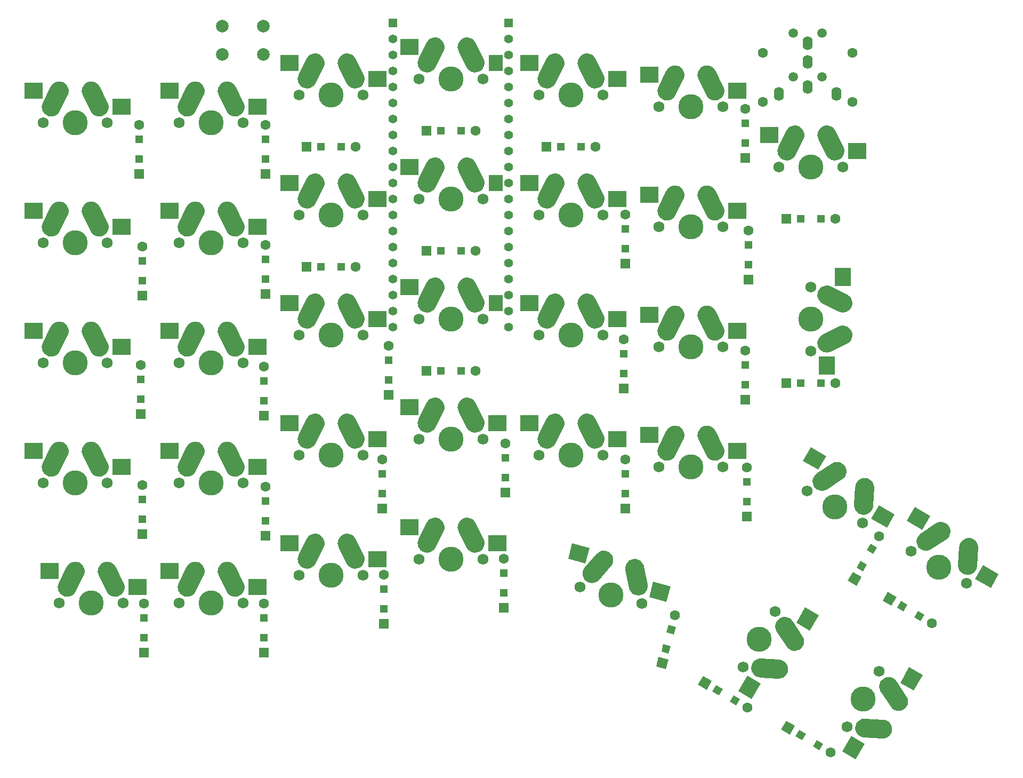
<source format=gts>
G04 #@! TF.GenerationSoftware,KiCad,Pcbnew,(5.1.5)-3*
G04 #@! TF.CreationDate,2020-02-25T19:23:58+01:00*
G04 #@! TF.ProjectId,redox_rev1,7265646f-785f-4726-9576-312e6b696361,1.0*
G04 #@! TF.SameCoordinates,Original*
G04 #@! TF.FileFunction,Soldermask,Top*
G04 #@! TF.FilePolarity,Negative*
%FSLAX46Y46*%
G04 Gerber Fmt 4.6, Leading zero omitted, Abs format (unit mm)*
G04 Created by KiCad (PCBNEW (5.1.5)-3) date 2020-02-25 19:23:58*
%MOMM*%
%LPD*%
G04 APERTURE LIST*
%ADD10R,2.850000X2.500000*%
%ADD11C,0.100000*%
%ADD12C,1.750000*%
%ADD13C,3.987800*%
%ADD14R,1.200000X1.200000*%
%ADD15C,1.600000*%
%ADD16R,1.600000X1.600000*%
%ADD17R,2.250000X2.500000*%
%ADD18R,1.400000X1.400000*%
%ADD19C,1.400000*%
%ADD20R,2.500000X2.850000*%
%ADD21C,2.000000*%
%ADD22C,1.500000*%
%ADD23O,1.600000X2.200000*%
G04 APERTURE END LIST*
D10*
X84790000Y-80645000D03*
X98806000Y-83185000D03*
D11*
G36*
X94166778Y-79151497D02*
G01*
X94311746Y-79177052D01*
X94453511Y-79216693D01*
X94590707Y-79270039D01*
X94722015Y-79336576D01*
X94846168Y-79415662D01*
X94961972Y-79506537D01*
X95068310Y-79608325D01*
X95164160Y-79720046D01*
X95248598Y-79840624D01*
X95321571Y-79970421D01*
X96593235Y-82520984D01*
X96652373Y-82655785D01*
X96698014Y-82795734D01*
X96729718Y-82939482D01*
X96747179Y-83085646D01*
X96750230Y-83232818D01*
X96738840Y-83379579D01*
X96713121Y-83524518D01*
X96673319Y-83666238D01*
X96619817Y-83803374D01*
X96553131Y-83934606D01*
X96473904Y-84058669D01*
X96382897Y-84174369D01*
X96280989Y-84280593D01*
X96169159Y-84376315D01*
X96048485Y-84460616D01*
X95921653Y-84531922D01*
X95921651Y-84531923D01*
X95786917Y-84591214D01*
X95647021Y-84637014D01*
X95503308Y-84668881D01*
X95357165Y-84686508D01*
X95209997Y-84689726D01*
X95063222Y-84678503D01*
X94918254Y-84652948D01*
X94776489Y-84613307D01*
X94639293Y-84559961D01*
X94507985Y-84493424D01*
X94383832Y-84414338D01*
X94268028Y-84323463D01*
X94161690Y-84221675D01*
X94065840Y-84109954D01*
X93981402Y-83989376D01*
X93908429Y-83859579D01*
X92636765Y-81309016D01*
X92577627Y-81174215D01*
X92531986Y-81034266D01*
X92500282Y-80890518D01*
X92482821Y-80744354D01*
X92479770Y-80597182D01*
X92491160Y-80450421D01*
X92516879Y-80305482D01*
X92556681Y-80163762D01*
X92610183Y-80026626D01*
X92676869Y-79895394D01*
X92756096Y-79771331D01*
X92847103Y-79655631D01*
X92949011Y-79549407D01*
X93060841Y-79453685D01*
X93181515Y-79369384D01*
X93308347Y-79298078D01*
X93308349Y-79298077D01*
X93443083Y-79238786D01*
X93582979Y-79192986D01*
X93726692Y-79161119D01*
X93872835Y-79143492D01*
X94020003Y-79140274D01*
X94166778Y-79151497D01*
G37*
G36*
X89005466Y-79143372D02*
G01*
X89151630Y-79160833D01*
X89295378Y-79192537D01*
X89435327Y-79238178D01*
X89571651Y-79298077D01*
X89571653Y-79298078D01*
X89699927Y-79370290D01*
X89820505Y-79454728D01*
X89932226Y-79550578D01*
X90034014Y-79656916D01*
X90124889Y-79772720D01*
X90203975Y-79896873D01*
X90270512Y-80028181D01*
X90323858Y-80165377D01*
X90363499Y-80307142D01*
X90389054Y-80452110D01*
X90400277Y-80598885D01*
X90397059Y-80746053D01*
X90379432Y-80892196D01*
X90347565Y-81035909D01*
X90301765Y-81175805D01*
X90243235Y-81309016D01*
X88971571Y-83859579D01*
X88899504Y-83987934D01*
X88815203Y-84108608D01*
X88719481Y-84220438D01*
X88613257Y-84322346D01*
X88497557Y-84413353D01*
X88373494Y-84492580D01*
X88242262Y-84559266D01*
X88105126Y-84612768D01*
X87963406Y-84652570D01*
X87818467Y-84678289D01*
X87671706Y-84689679D01*
X87524534Y-84686628D01*
X87378370Y-84669167D01*
X87234622Y-84637463D01*
X87094673Y-84591822D01*
X86958349Y-84531923D01*
X86958347Y-84531922D01*
X86830073Y-84459710D01*
X86709495Y-84375272D01*
X86597774Y-84279422D01*
X86495986Y-84173084D01*
X86405111Y-84057280D01*
X86326025Y-83933127D01*
X86259488Y-83801819D01*
X86206142Y-83664623D01*
X86166501Y-83522858D01*
X86140946Y-83377890D01*
X86129723Y-83231115D01*
X86132941Y-83083947D01*
X86150568Y-82937804D01*
X86182435Y-82794091D01*
X86228235Y-82654195D01*
X86286765Y-82520984D01*
X87558429Y-79970421D01*
X87630496Y-79842066D01*
X87714797Y-79721392D01*
X87810519Y-79609562D01*
X87916743Y-79507654D01*
X88032443Y-79416647D01*
X88156506Y-79337420D01*
X88287738Y-79270734D01*
X88424874Y-79217232D01*
X88566594Y-79177430D01*
X88711533Y-79151711D01*
X88858294Y-79140321D01*
X89005466Y-79143372D01*
G37*
D12*
X96520000Y-85725000D03*
X86360000Y-85725000D03*
D13*
X91440000Y-85725000D03*
D11*
G36*
X115756778Y-117251497D02*
G01*
X115901746Y-117277052D01*
X116043511Y-117316693D01*
X116180707Y-117370039D01*
X116312015Y-117436576D01*
X116436168Y-117515662D01*
X116551972Y-117606537D01*
X116658310Y-117708325D01*
X116754160Y-117820046D01*
X116838598Y-117940624D01*
X116911571Y-118070421D01*
X118183235Y-120620984D01*
X118242373Y-120755785D01*
X118288014Y-120895734D01*
X118319718Y-121039482D01*
X118337179Y-121185646D01*
X118340230Y-121332818D01*
X118328840Y-121479579D01*
X118303121Y-121624518D01*
X118263319Y-121766238D01*
X118209817Y-121903374D01*
X118143131Y-122034606D01*
X118063904Y-122158669D01*
X117972897Y-122274369D01*
X117870989Y-122380593D01*
X117759159Y-122476315D01*
X117638485Y-122560616D01*
X117511653Y-122631922D01*
X117511651Y-122631923D01*
X117376917Y-122691214D01*
X117237021Y-122737014D01*
X117093308Y-122768881D01*
X116947165Y-122786508D01*
X116799997Y-122789726D01*
X116653222Y-122778503D01*
X116508254Y-122752948D01*
X116366489Y-122713307D01*
X116229293Y-122659961D01*
X116097985Y-122593424D01*
X115973832Y-122514338D01*
X115858028Y-122423463D01*
X115751690Y-122321675D01*
X115655840Y-122209954D01*
X115571402Y-122089376D01*
X115498429Y-121959579D01*
X114226765Y-119409016D01*
X114167627Y-119274215D01*
X114121986Y-119134266D01*
X114090282Y-118990518D01*
X114072821Y-118844354D01*
X114069770Y-118697182D01*
X114081160Y-118550421D01*
X114106879Y-118405482D01*
X114146681Y-118263762D01*
X114200183Y-118126626D01*
X114266869Y-117995394D01*
X114346096Y-117871331D01*
X114437103Y-117755631D01*
X114539011Y-117649407D01*
X114650841Y-117553685D01*
X114771515Y-117469384D01*
X114898347Y-117398078D01*
X114898349Y-117398077D01*
X115033083Y-117338786D01*
X115172979Y-117292986D01*
X115316692Y-117261119D01*
X115462835Y-117243492D01*
X115610003Y-117240274D01*
X115756778Y-117251497D01*
G37*
D10*
X120396000Y-121285000D03*
X106380000Y-118745000D03*
D11*
G36*
X110595466Y-117243372D02*
G01*
X110741630Y-117260833D01*
X110885378Y-117292537D01*
X111025327Y-117338178D01*
X111161651Y-117398077D01*
X111161653Y-117398078D01*
X111289927Y-117470290D01*
X111410505Y-117554728D01*
X111522226Y-117650578D01*
X111624014Y-117756916D01*
X111714889Y-117872720D01*
X111793975Y-117996873D01*
X111860512Y-118128181D01*
X111913858Y-118265377D01*
X111953499Y-118407142D01*
X111979054Y-118552110D01*
X111990277Y-118698885D01*
X111987059Y-118846053D01*
X111969432Y-118992196D01*
X111937565Y-119135909D01*
X111891765Y-119275805D01*
X111833235Y-119409016D01*
X110561571Y-121959579D01*
X110489504Y-122087934D01*
X110405203Y-122208608D01*
X110309481Y-122320438D01*
X110203257Y-122422346D01*
X110087557Y-122513353D01*
X109963494Y-122592580D01*
X109832262Y-122659266D01*
X109695126Y-122712768D01*
X109553406Y-122752570D01*
X109408467Y-122778289D01*
X109261706Y-122789679D01*
X109114534Y-122786628D01*
X108968370Y-122769167D01*
X108824622Y-122737463D01*
X108684673Y-122691822D01*
X108548349Y-122631923D01*
X108548347Y-122631922D01*
X108420073Y-122559710D01*
X108299495Y-122475272D01*
X108187774Y-122379422D01*
X108085986Y-122273084D01*
X107995111Y-122157280D01*
X107916025Y-122033127D01*
X107849488Y-121901819D01*
X107796142Y-121764623D01*
X107756501Y-121622858D01*
X107730946Y-121477890D01*
X107719723Y-121331115D01*
X107722941Y-121183947D01*
X107740568Y-121037804D01*
X107772435Y-120894091D01*
X107818235Y-120754195D01*
X107876765Y-120620984D01*
X109148429Y-118070421D01*
X109220496Y-117942066D01*
X109304797Y-117821392D01*
X109400519Y-117709562D01*
X109506743Y-117607654D01*
X109622443Y-117516647D01*
X109746506Y-117437420D01*
X109877738Y-117370734D01*
X110014874Y-117317232D01*
X110156594Y-117277430D01*
X110301533Y-117251711D01*
X110448294Y-117240321D01*
X110595466Y-117243372D01*
G37*
D13*
X113030000Y-123825000D03*
D12*
X107950000Y-123825000D03*
X118110000Y-123825000D03*
D14*
X101600000Y-72441000D03*
X101600000Y-69291000D03*
D15*
X101600000Y-66966000D03*
D16*
X101600000Y-74766000D03*
D14*
X206705000Y-107950000D03*
X209855000Y-107950000D03*
D15*
X212180000Y-107950000D03*
D16*
X204380000Y-107950000D03*
D10*
X144480000Y-73660000D03*
D11*
G36*
X148695466Y-72158372D02*
G01*
X148841630Y-72175833D01*
X148985378Y-72207537D01*
X149125327Y-72253178D01*
X149261651Y-72313077D01*
X149261653Y-72313078D01*
X149389927Y-72385290D01*
X149510505Y-72469728D01*
X149622226Y-72565578D01*
X149724014Y-72671916D01*
X149814889Y-72787720D01*
X149893975Y-72911873D01*
X149960512Y-73043181D01*
X150013858Y-73180377D01*
X150053499Y-73322142D01*
X150079054Y-73467110D01*
X150090277Y-73613885D01*
X150087059Y-73761053D01*
X150069432Y-73907196D01*
X150037565Y-74050909D01*
X149991765Y-74190805D01*
X149933235Y-74324016D01*
X148661571Y-76874579D01*
X148589504Y-77002934D01*
X148505203Y-77123608D01*
X148409481Y-77235438D01*
X148303257Y-77337346D01*
X148187557Y-77428353D01*
X148063494Y-77507580D01*
X147932262Y-77574266D01*
X147795126Y-77627768D01*
X147653406Y-77667570D01*
X147508467Y-77693289D01*
X147361706Y-77704679D01*
X147214534Y-77701628D01*
X147068370Y-77684167D01*
X146924622Y-77652463D01*
X146784673Y-77606822D01*
X146648349Y-77546923D01*
X146648347Y-77546922D01*
X146520073Y-77474710D01*
X146399495Y-77390272D01*
X146287774Y-77294422D01*
X146185986Y-77188084D01*
X146095111Y-77072280D01*
X146016025Y-76948127D01*
X145949488Y-76816819D01*
X145896142Y-76679623D01*
X145856501Y-76537858D01*
X145830946Y-76392890D01*
X145819723Y-76246115D01*
X145822941Y-76098947D01*
X145840568Y-75952804D01*
X145872435Y-75809091D01*
X145918235Y-75669195D01*
X145976765Y-75535984D01*
X147248429Y-72985421D01*
X147320496Y-72857066D01*
X147404797Y-72736392D01*
X147500519Y-72624562D01*
X147606743Y-72522654D01*
X147722443Y-72431647D01*
X147846506Y-72352420D01*
X147977738Y-72285734D01*
X148114874Y-72232232D01*
X148256594Y-72192430D01*
X148401533Y-72166711D01*
X148548294Y-72155321D01*
X148695466Y-72158372D01*
G37*
G36*
X153856778Y-72166497D02*
G01*
X154001746Y-72192052D01*
X154143511Y-72231693D01*
X154280707Y-72285039D01*
X154412015Y-72351576D01*
X154536168Y-72430662D01*
X154651972Y-72521537D01*
X154758310Y-72623325D01*
X154854160Y-72735046D01*
X154938598Y-72855624D01*
X155011571Y-72985421D01*
X156283235Y-75535984D01*
X156342373Y-75670785D01*
X156388014Y-75810734D01*
X156419718Y-75954482D01*
X156437179Y-76100646D01*
X156440230Y-76247818D01*
X156428840Y-76394579D01*
X156403121Y-76539518D01*
X156363319Y-76681238D01*
X156309817Y-76818374D01*
X156243131Y-76949606D01*
X156163904Y-77073669D01*
X156072897Y-77189369D01*
X155970989Y-77295593D01*
X155859159Y-77391315D01*
X155738485Y-77475616D01*
X155611653Y-77546922D01*
X155611651Y-77546923D01*
X155476917Y-77606214D01*
X155337021Y-77652014D01*
X155193308Y-77683881D01*
X155047165Y-77701508D01*
X154899997Y-77704726D01*
X154753222Y-77693503D01*
X154608254Y-77667948D01*
X154466489Y-77628307D01*
X154329293Y-77574961D01*
X154197985Y-77508424D01*
X154073832Y-77429338D01*
X153958028Y-77338463D01*
X153851690Y-77236675D01*
X153755840Y-77124954D01*
X153671402Y-77004376D01*
X153598429Y-76874579D01*
X152326765Y-74324016D01*
X152267627Y-74189215D01*
X152221986Y-74049266D01*
X152190282Y-73905518D01*
X152172821Y-73759354D01*
X152169770Y-73612182D01*
X152181160Y-73465421D01*
X152206879Y-73320482D01*
X152246681Y-73178762D01*
X152300183Y-73041626D01*
X152366869Y-72910394D01*
X152446096Y-72786331D01*
X152537103Y-72670631D01*
X152639011Y-72564407D01*
X152750841Y-72468685D01*
X152871515Y-72384384D01*
X152998347Y-72313078D01*
X152998349Y-72313077D01*
X153133083Y-72253786D01*
X153272979Y-72207986D01*
X153416692Y-72176119D01*
X153562835Y-72158492D01*
X153710003Y-72155274D01*
X153856778Y-72166497D01*
G37*
D17*
X158196000Y-76200000D03*
D12*
X146050000Y-78740000D03*
X156210000Y-78740000D03*
D13*
X151130000Y-78740000D03*
D11*
G36*
X115756778Y-60101497D02*
G01*
X115901746Y-60127052D01*
X116043511Y-60166693D01*
X116180707Y-60220039D01*
X116312015Y-60286576D01*
X116436168Y-60365662D01*
X116551972Y-60456537D01*
X116658310Y-60558325D01*
X116754160Y-60670046D01*
X116838598Y-60790624D01*
X116911571Y-60920421D01*
X118183235Y-63470984D01*
X118242373Y-63605785D01*
X118288014Y-63745734D01*
X118319718Y-63889482D01*
X118337179Y-64035646D01*
X118340230Y-64182818D01*
X118328840Y-64329579D01*
X118303121Y-64474518D01*
X118263319Y-64616238D01*
X118209817Y-64753374D01*
X118143131Y-64884606D01*
X118063904Y-65008669D01*
X117972897Y-65124369D01*
X117870989Y-65230593D01*
X117759159Y-65326315D01*
X117638485Y-65410616D01*
X117511653Y-65481922D01*
X117511651Y-65481923D01*
X117376917Y-65541214D01*
X117237021Y-65587014D01*
X117093308Y-65618881D01*
X116947165Y-65636508D01*
X116799997Y-65639726D01*
X116653222Y-65628503D01*
X116508254Y-65602948D01*
X116366489Y-65563307D01*
X116229293Y-65509961D01*
X116097985Y-65443424D01*
X115973832Y-65364338D01*
X115858028Y-65273463D01*
X115751690Y-65171675D01*
X115655840Y-65059954D01*
X115571402Y-64939376D01*
X115498429Y-64809579D01*
X114226765Y-62259016D01*
X114167627Y-62124215D01*
X114121986Y-61984266D01*
X114090282Y-61840518D01*
X114072821Y-61694354D01*
X114069770Y-61547182D01*
X114081160Y-61400421D01*
X114106879Y-61255482D01*
X114146681Y-61113762D01*
X114200183Y-60976626D01*
X114266869Y-60845394D01*
X114346096Y-60721331D01*
X114437103Y-60605631D01*
X114539011Y-60499407D01*
X114650841Y-60403685D01*
X114771515Y-60319384D01*
X114898347Y-60248078D01*
X114898349Y-60248077D01*
X115033083Y-60188786D01*
X115172979Y-60142986D01*
X115316692Y-60111119D01*
X115462835Y-60093492D01*
X115610003Y-60090274D01*
X115756778Y-60101497D01*
G37*
D10*
X120396000Y-64135000D03*
X106380000Y-61595000D03*
D11*
G36*
X110595466Y-60093372D02*
G01*
X110741630Y-60110833D01*
X110885378Y-60142537D01*
X111025327Y-60188178D01*
X111161651Y-60248077D01*
X111161653Y-60248078D01*
X111289927Y-60320290D01*
X111410505Y-60404728D01*
X111522226Y-60500578D01*
X111624014Y-60606916D01*
X111714889Y-60722720D01*
X111793975Y-60846873D01*
X111860512Y-60978181D01*
X111913858Y-61115377D01*
X111953499Y-61257142D01*
X111979054Y-61402110D01*
X111990277Y-61548885D01*
X111987059Y-61696053D01*
X111969432Y-61842196D01*
X111937565Y-61985909D01*
X111891765Y-62125805D01*
X111833235Y-62259016D01*
X110561571Y-64809579D01*
X110489504Y-64937934D01*
X110405203Y-65058608D01*
X110309481Y-65170438D01*
X110203257Y-65272346D01*
X110087557Y-65363353D01*
X109963494Y-65442580D01*
X109832262Y-65509266D01*
X109695126Y-65562768D01*
X109553406Y-65602570D01*
X109408467Y-65628289D01*
X109261706Y-65639679D01*
X109114534Y-65636628D01*
X108968370Y-65619167D01*
X108824622Y-65587463D01*
X108684673Y-65541822D01*
X108548349Y-65481923D01*
X108548347Y-65481922D01*
X108420073Y-65409710D01*
X108299495Y-65325272D01*
X108187774Y-65229422D01*
X108085986Y-65123084D01*
X107995111Y-65007280D01*
X107916025Y-64883127D01*
X107849488Y-64751819D01*
X107796142Y-64614623D01*
X107756501Y-64472858D01*
X107730946Y-64327890D01*
X107719723Y-64181115D01*
X107722941Y-64033947D01*
X107740568Y-63887804D01*
X107772435Y-63744091D01*
X107818235Y-63604195D01*
X107876765Y-63470984D01*
X109148429Y-60920421D01*
X109220496Y-60792066D01*
X109304797Y-60671392D01*
X109400519Y-60559562D01*
X109506743Y-60457654D01*
X109622443Y-60366647D01*
X109746506Y-60287420D01*
X109877738Y-60220734D01*
X110014874Y-60167232D01*
X110156594Y-60127430D01*
X110301533Y-60101711D01*
X110448294Y-60090321D01*
X110595466Y-60093372D01*
G37*
D13*
X113030000Y-66675000D03*
D12*
X107950000Y-66675000D03*
X118110000Y-66675000D03*
D10*
X84790000Y-61595000D03*
X98806000Y-64135000D03*
D11*
G36*
X94166778Y-60101497D02*
G01*
X94311746Y-60127052D01*
X94453511Y-60166693D01*
X94590707Y-60220039D01*
X94722015Y-60286576D01*
X94846168Y-60365662D01*
X94961972Y-60456537D01*
X95068310Y-60558325D01*
X95164160Y-60670046D01*
X95248598Y-60790624D01*
X95321571Y-60920421D01*
X96593235Y-63470984D01*
X96652373Y-63605785D01*
X96698014Y-63745734D01*
X96729718Y-63889482D01*
X96747179Y-64035646D01*
X96750230Y-64182818D01*
X96738840Y-64329579D01*
X96713121Y-64474518D01*
X96673319Y-64616238D01*
X96619817Y-64753374D01*
X96553131Y-64884606D01*
X96473904Y-65008669D01*
X96382897Y-65124369D01*
X96280989Y-65230593D01*
X96169159Y-65326315D01*
X96048485Y-65410616D01*
X95921653Y-65481922D01*
X95921651Y-65481923D01*
X95786917Y-65541214D01*
X95647021Y-65587014D01*
X95503308Y-65618881D01*
X95357165Y-65636508D01*
X95209997Y-65639726D01*
X95063222Y-65628503D01*
X94918254Y-65602948D01*
X94776489Y-65563307D01*
X94639293Y-65509961D01*
X94507985Y-65443424D01*
X94383832Y-65364338D01*
X94268028Y-65273463D01*
X94161690Y-65171675D01*
X94065840Y-65059954D01*
X93981402Y-64939376D01*
X93908429Y-64809579D01*
X92636765Y-62259016D01*
X92577627Y-62124215D01*
X92531986Y-61984266D01*
X92500282Y-61840518D01*
X92482821Y-61694354D01*
X92479770Y-61547182D01*
X92491160Y-61400421D01*
X92516879Y-61255482D01*
X92556681Y-61113762D01*
X92610183Y-60976626D01*
X92676869Y-60845394D01*
X92756096Y-60721331D01*
X92847103Y-60605631D01*
X92949011Y-60499407D01*
X93060841Y-60403685D01*
X93181515Y-60319384D01*
X93308347Y-60248078D01*
X93308349Y-60248077D01*
X93443083Y-60188786D01*
X93582979Y-60142986D01*
X93726692Y-60111119D01*
X93872835Y-60093492D01*
X94020003Y-60090274D01*
X94166778Y-60101497D01*
G37*
G36*
X89005466Y-60093372D02*
G01*
X89151630Y-60110833D01*
X89295378Y-60142537D01*
X89435327Y-60188178D01*
X89571651Y-60248077D01*
X89571653Y-60248078D01*
X89699927Y-60320290D01*
X89820505Y-60404728D01*
X89932226Y-60500578D01*
X90034014Y-60606916D01*
X90124889Y-60722720D01*
X90203975Y-60846873D01*
X90270512Y-60978181D01*
X90323858Y-61115377D01*
X90363499Y-61257142D01*
X90389054Y-61402110D01*
X90400277Y-61548885D01*
X90397059Y-61696053D01*
X90379432Y-61842196D01*
X90347565Y-61985909D01*
X90301765Y-62125805D01*
X90243235Y-62259016D01*
X88971571Y-64809579D01*
X88899504Y-64937934D01*
X88815203Y-65058608D01*
X88719481Y-65170438D01*
X88613257Y-65272346D01*
X88497557Y-65363353D01*
X88373494Y-65442580D01*
X88242262Y-65509266D01*
X88105126Y-65562768D01*
X87963406Y-65602570D01*
X87818467Y-65628289D01*
X87671706Y-65639679D01*
X87524534Y-65636628D01*
X87378370Y-65619167D01*
X87234622Y-65587463D01*
X87094673Y-65541822D01*
X86958349Y-65481923D01*
X86958347Y-65481922D01*
X86830073Y-65409710D01*
X86709495Y-65325272D01*
X86597774Y-65229422D01*
X86495986Y-65123084D01*
X86405111Y-65007280D01*
X86326025Y-64883127D01*
X86259488Y-64751819D01*
X86206142Y-64614623D01*
X86166501Y-64472858D01*
X86140946Y-64327890D01*
X86129723Y-64181115D01*
X86132941Y-64033947D01*
X86150568Y-63887804D01*
X86182435Y-63744091D01*
X86228235Y-63604195D01*
X86286765Y-63470984D01*
X87558429Y-60920421D01*
X87630496Y-60792066D01*
X87714797Y-60671392D01*
X87810519Y-60559562D01*
X87916743Y-60457654D01*
X88032443Y-60366647D01*
X88156506Y-60287420D01*
X88287738Y-60220734D01*
X88424874Y-60167232D01*
X88566594Y-60127430D01*
X88711533Y-60101711D01*
X88858294Y-60090321D01*
X89005466Y-60093372D01*
G37*
D12*
X96520000Y-66675000D03*
X86360000Y-66675000D03*
D13*
X91440000Y-66675000D03*
D18*
X141894000Y-50800000D03*
D19*
X141894000Y-53340000D03*
X141894000Y-55880000D03*
X141894000Y-58420000D03*
X141894000Y-60960000D03*
X141894000Y-63500000D03*
X141894000Y-66040000D03*
X141894000Y-68580000D03*
X141894000Y-71120000D03*
X141894000Y-73660000D03*
X141894000Y-76200000D03*
X141894000Y-78740000D03*
X141894000Y-81280000D03*
X141894000Y-83820000D03*
X141894000Y-86360000D03*
X141894000Y-88900000D03*
X141894000Y-91440000D03*
X141894000Y-93980000D03*
X141894000Y-96520000D03*
X141894000Y-99060000D03*
X160274000Y-99060000D03*
X160274000Y-96520000D03*
X160274000Y-93980000D03*
X160274000Y-91440000D03*
X160274000Y-88900000D03*
X160274000Y-86360000D03*
X160274000Y-83820000D03*
X160274000Y-81280000D03*
X160274000Y-78740000D03*
X160274000Y-76200000D03*
X160274000Y-73660000D03*
X160274000Y-71120000D03*
X160274000Y-68580000D03*
X160274000Y-66040000D03*
X160274000Y-63500000D03*
X160274000Y-60960000D03*
X160274000Y-58420000D03*
X160274000Y-55880000D03*
X160274000Y-53340000D03*
D18*
X160274000Y-50800000D03*
D11*
G36*
X134806778Y-74706497D02*
G01*
X134951746Y-74732052D01*
X135093511Y-74771693D01*
X135230707Y-74825039D01*
X135362015Y-74891576D01*
X135486168Y-74970662D01*
X135601972Y-75061537D01*
X135708310Y-75163325D01*
X135804160Y-75275046D01*
X135888598Y-75395624D01*
X135961571Y-75525421D01*
X137233235Y-78075984D01*
X137292373Y-78210785D01*
X137338014Y-78350734D01*
X137369718Y-78494482D01*
X137387179Y-78640646D01*
X137390230Y-78787818D01*
X137378840Y-78934579D01*
X137353121Y-79079518D01*
X137313319Y-79221238D01*
X137259817Y-79358374D01*
X137193131Y-79489606D01*
X137113904Y-79613669D01*
X137022897Y-79729369D01*
X136920989Y-79835593D01*
X136809159Y-79931315D01*
X136688485Y-80015616D01*
X136561653Y-80086922D01*
X136561651Y-80086923D01*
X136426917Y-80146214D01*
X136287021Y-80192014D01*
X136143308Y-80223881D01*
X135997165Y-80241508D01*
X135849997Y-80244726D01*
X135703222Y-80233503D01*
X135558254Y-80207948D01*
X135416489Y-80168307D01*
X135279293Y-80114961D01*
X135147985Y-80048424D01*
X135023832Y-79969338D01*
X134908028Y-79878463D01*
X134801690Y-79776675D01*
X134705840Y-79664954D01*
X134621402Y-79544376D01*
X134548429Y-79414579D01*
X133276765Y-76864016D01*
X133217627Y-76729215D01*
X133171986Y-76589266D01*
X133140282Y-76445518D01*
X133122821Y-76299354D01*
X133119770Y-76152182D01*
X133131160Y-76005421D01*
X133156879Y-75860482D01*
X133196681Y-75718762D01*
X133250183Y-75581626D01*
X133316869Y-75450394D01*
X133396096Y-75326331D01*
X133487103Y-75210631D01*
X133589011Y-75104407D01*
X133700841Y-75008685D01*
X133821515Y-74924384D01*
X133948347Y-74853078D01*
X133948349Y-74853077D01*
X134083083Y-74793786D01*
X134222979Y-74747986D01*
X134366692Y-74716119D01*
X134512835Y-74698492D01*
X134660003Y-74695274D01*
X134806778Y-74706497D01*
G37*
D10*
X139446000Y-78740000D03*
X125430000Y-76200000D03*
D11*
G36*
X129645466Y-74698372D02*
G01*
X129791630Y-74715833D01*
X129935378Y-74747537D01*
X130075327Y-74793178D01*
X130211651Y-74853077D01*
X130211653Y-74853078D01*
X130339927Y-74925290D01*
X130460505Y-75009728D01*
X130572226Y-75105578D01*
X130674014Y-75211916D01*
X130764889Y-75327720D01*
X130843975Y-75451873D01*
X130910512Y-75583181D01*
X130963858Y-75720377D01*
X131003499Y-75862142D01*
X131029054Y-76007110D01*
X131040277Y-76153885D01*
X131037059Y-76301053D01*
X131019432Y-76447196D01*
X130987565Y-76590909D01*
X130941765Y-76730805D01*
X130883235Y-76864016D01*
X129611571Y-79414579D01*
X129539504Y-79542934D01*
X129455203Y-79663608D01*
X129359481Y-79775438D01*
X129253257Y-79877346D01*
X129137557Y-79968353D01*
X129013494Y-80047580D01*
X128882262Y-80114266D01*
X128745126Y-80167768D01*
X128603406Y-80207570D01*
X128458467Y-80233289D01*
X128311706Y-80244679D01*
X128164534Y-80241628D01*
X128018370Y-80224167D01*
X127874622Y-80192463D01*
X127734673Y-80146822D01*
X127598349Y-80086923D01*
X127598347Y-80086922D01*
X127470073Y-80014710D01*
X127349495Y-79930272D01*
X127237774Y-79834422D01*
X127135986Y-79728084D01*
X127045111Y-79612280D01*
X126966025Y-79488127D01*
X126899488Y-79356819D01*
X126846142Y-79219623D01*
X126806501Y-79077858D01*
X126780946Y-78932890D01*
X126769723Y-78786115D01*
X126772941Y-78638947D01*
X126790568Y-78492804D01*
X126822435Y-78349091D01*
X126868235Y-78209195D01*
X126926765Y-78075984D01*
X128198429Y-75525421D01*
X128270496Y-75397066D01*
X128354797Y-75276392D01*
X128450519Y-75164562D01*
X128556743Y-75062654D01*
X128672443Y-74971647D01*
X128796506Y-74892420D01*
X128927738Y-74825734D01*
X129064874Y-74772232D01*
X129206594Y-74732430D01*
X129351533Y-74706711D01*
X129498294Y-74695321D01*
X129645466Y-74698372D01*
G37*
D13*
X132080000Y-81280000D03*
D12*
X127000000Y-81280000D03*
X137160000Y-81280000D03*
D11*
G36*
X134806778Y-112806497D02*
G01*
X134951746Y-112832052D01*
X135093511Y-112871693D01*
X135230707Y-112925039D01*
X135362015Y-112991576D01*
X135486168Y-113070662D01*
X135601972Y-113161537D01*
X135708310Y-113263325D01*
X135804160Y-113375046D01*
X135888598Y-113495624D01*
X135961571Y-113625421D01*
X137233235Y-116175984D01*
X137292373Y-116310785D01*
X137338014Y-116450734D01*
X137369718Y-116594482D01*
X137387179Y-116740646D01*
X137390230Y-116887818D01*
X137378840Y-117034579D01*
X137353121Y-117179518D01*
X137313319Y-117321238D01*
X137259817Y-117458374D01*
X137193131Y-117589606D01*
X137113904Y-117713669D01*
X137022897Y-117829369D01*
X136920989Y-117935593D01*
X136809159Y-118031315D01*
X136688485Y-118115616D01*
X136561653Y-118186922D01*
X136561651Y-118186923D01*
X136426917Y-118246214D01*
X136287021Y-118292014D01*
X136143308Y-118323881D01*
X135997165Y-118341508D01*
X135849997Y-118344726D01*
X135703222Y-118333503D01*
X135558254Y-118307948D01*
X135416489Y-118268307D01*
X135279293Y-118214961D01*
X135147985Y-118148424D01*
X135023832Y-118069338D01*
X134908028Y-117978463D01*
X134801690Y-117876675D01*
X134705840Y-117764954D01*
X134621402Y-117644376D01*
X134548429Y-117514579D01*
X133276765Y-114964016D01*
X133217627Y-114829215D01*
X133171986Y-114689266D01*
X133140282Y-114545518D01*
X133122821Y-114399354D01*
X133119770Y-114252182D01*
X133131160Y-114105421D01*
X133156879Y-113960482D01*
X133196681Y-113818762D01*
X133250183Y-113681626D01*
X133316869Y-113550394D01*
X133396096Y-113426331D01*
X133487103Y-113310631D01*
X133589011Y-113204407D01*
X133700841Y-113108685D01*
X133821515Y-113024384D01*
X133948347Y-112953078D01*
X133948349Y-112953077D01*
X134083083Y-112893786D01*
X134222979Y-112847986D01*
X134366692Y-112816119D01*
X134512835Y-112798492D01*
X134660003Y-112795274D01*
X134806778Y-112806497D01*
G37*
D10*
X139446000Y-116840000D03*
X125430000Y-114300000D03*
D11*
G36*
X129645466Y-112798372D02*
G01*
X129791630Y-112815833D01*
X129935378Y-112847537D01*
X130075327Y-112893178D01*
X130211651Y-112953077D01*
X130211653Y-112953078D01*
X130339927Y-113025290D01*
X130460505Y-113109728D01*
X130572226Y-113205578D01*
X130674014Y-113311916D01*
X130764889Y-113427720D01*
X130843975Y-113551873D01*
X130910512Y-113683181D01*
X130963858Y-113820377D01*
X131003499Y-113962142D01*
X131029054Y-114107110D01*
X131040277Y-114253885D01*
X131037059Y-114401053D01*
X131019432Y-114547196D01*
X130987565Y-114690909D01*
X130941765Y-114830805D01*
X130883235Y-114964016D01*
X129611571Y-117514579D01*
X129539504Y-117642934D01*
X129455203Y-117763608D01*
X129359481Y-117875438D01*
X129253257Y-117977346D01*
X129137557Y-118068353D01*
X129013494Y-118147580D01*
X128882262Y-118214266D01*
X128745126Y-118267768D01*
X128603406Y-118307570D01*
X128458467Y-118333289D01*
X128311706Y-118344679D01*
X128164534Y-118341628D01*
X128018370Y-118324167D01*
X127874622Y-118292463D01*
X127734673Y-118246822D01*
X127598349Y-118186923D01*
X127598347Y-118186922D01*
X127470073Y-118114710D01*
X127349495Y-118030272D01*
X127237774Y-117934422D01*
X127135986Y-117828084D01*
X127045111Y-117712280D01*
X126966025Y-117588127D01*
X126899488Y-117456819D01*
X126846142Y-117319623D01*
X126806501Y-117177858D01*
X126780946Y-117032890D01*
X126769723Y-116886115D01*
X126772941Y-116738947D01*
X126790568Y-116592804D01*
X126822435Y-116449091D01*
X126868235Y-116309195D01*
X126926765Y-116175984D01*
X128198429Y-113625421D01*
X128270496Y-113497066D01*
X128354797Y-113376392D01*
X128450519Y-113264562D01*
X128556743Y-113162654D01*
X128672443Y-113071647D01*
X128796506Y-112992420D01*
X128927738Y-112925734D01*
X129064874Y-112872232D01*
X129206594Y-112832430D01*
X129351533Y-112806711D01*
X129498294Y-112795321D01*
X129645466Y-112798372D01*
G37*
D13*
X132080000Y-119380000D03*
D12*
X127000000Y-119380000D03*
X137160000Y-119380000D03*
D11*
G36*
X134806778Y-55656497D02*
G01*
X134951746Y-55682052D01*
X135093511Y-55721693D01*
X135230707Y-55775039D01*
X135362015Y-55841576D01*
X135486168Y-55920662D01*
X135601972Y-56011537D01*
X135708310Y-56113325D01*
X135804160Y-56225046D01*
X135888598Y-56345624D01*
X135961571Y-56475421D01*
X137233235Y-59025984D01*
X137292373Y-59160785D01*
X137338014Y-59300734D01*
X137369718Y-59444482D01*
X137387179Y-59590646D01*
X137390230Y-59737818D01*
X137378840Y-59884579D01*
X137353121Y-60029518D01*
X137313319Y-60171238D01*
X137259817Y-60308374D01*
X137193131Y-60439606D01*
X137113904Y-60563669D01*
X137022897Y-60679369D01*
X136920989Y-60785593D01*
X136809159Y-60881315D01*
X136688485Y-60965616D01*
X136561653Y-61036922D01*
X136561651Y-61036923D01*
X136426917Y-61096214D01*
X136287021Y-61142014D01*
X136143308Y-61173881D01*
X135997165Y-61191508D01*
X135849997Y-61194726D01*
X135703222Y-61183503D01*
X135558254Y-61157948D01*
X135416489Y-61118307D01*
X135279293Y-61064961D01*
X135147985Y-60998424D01*
X135023832Y-60919338D01*
X134908028Y-60828463D01*
X134801690Y-60726675D01*
X134705840Y-60614954D01*
X134621402Y-60494376D01*
X134548429Y-60364579D01*
X133276765Y-57814016D01*
X133217627Y-57679215D01*
X133171986Y-57539266D01*
X133140282Y-57395518D01*
X133122821Y-57249354D01*
X133119770Y-57102182D01*
X133131160Y-56955421D01*
X133156879Y-56810482D01*
X133196681Y-56668762D01*
X133250183Y-56531626D01*
X133316869Y-56400394D01*
X133396096Y-56276331D01*
X133487103Y-56160631D01*
X133589011Y-56054407D01*
X133700841Y-55958685D01*
X133821515Y-55874384D01*
X133948347Y-55803078D01*
X133948349Y-55803077D01*
X134083083Y-55743786D01*
X134222979Y-55697986D01*
X134366692Y-55666119D01*
X134512835Y-55648492D01*
X134660003Y-55645274D01*
X134806778Y-55656497D01*
G37*
D10*
X139446000Y-59690000D03*
X125430000Y-57150000D03*
D11*
G36*
X129645466Y-55648372D02*
G01*
X129791630Y-55665833D01*
X129935378Y-55697537D01*
X130075327Y-55743178D01*
X130211651Y-55803077D01*
X130211653Y-55803078D01*
X130339927Y-55875290D01*
X130460505Y-55959728D01*
X130572226Y-56055578D01*
X130674014Y-56161916D01*
X130764889Y-56277720D01*
X130843975Y-56401873D01*
X130910512Y-56533181D01*
X130963858Y-56670377D01*
X131003499Y-56812142D01*
X131029054Y-56957110D01*
X131040277Y-57103885D01*
X131037059Y-57251053D01*
X131019432Y-57397196D01*
X130987565Y-57540909D01*
X130941765Y-57680805D01*
X130883235Y-57814016D01*
X129611571Y-60364579D01*
X129539504Y-60492934D01*
X129455203Y-60613608D01*
X129359481Y-60725438D01*
X129253257Y-60827346D01*
X129137557Y-60918353D01*
X129013494Y-60997580D01*
X128882262Y-61064266D01*
X128745126Y-61117768D01*
X128603406Y-61157570D01*
X128458467Y-61183289D01*
X128311706Y-61194679D01*
X128164534Y-61191628D01*
X128018370Y-61174167D01*
X127874622Y-61142463D01*
X127734673Y-61096822D01*
X127598349Y-61036923D01*
X127598347Y-61036922D01*
X127470073Y-60964710D01*
X127349495Y-60880272D01*
X127237774Y-60784422D01*
X127135986Y-60678084D01*
X127045111Y-60562280D01*
X126966025Y-60438127D01*
X126899488Y-60306819D01*
X126846142Y-60169623D01*
X126806501Y-60027858D01*
X126780946Y-59882890D01*
X126769723Y-59736115D01*
X126772941Y-59588947D01*
X126790568Y-59442804D01*
X126822435Y-59299091D01*
X126868235Y-59159195D01*
X126926765Y-59025984D01*
X128198429Y-56475421D01*
X128270496Y-56347066D01*
X128354797Y-56226392D01*
X128450519Y-56114562D01*
X128556743Y-56012654D01*
X128672443Y-55921647D01*
X128796506Y-55842420D01*
X128927738Y-55775734D01*
X129064874Y-55722232D01*
X129206594Y-55682430D01*
X129351533Y-55656711D01*
X129498294Y-55645321D01*
X129645466Y-55648372D01*
G37*
D13*
X132080000Y-62230000D03*
D12*
X127000000Y-62230000D03*
X137160000Y-62230000D03*
D11*
G36*
X172906778Y-55656497D02*
G01*
X173051746Y-55682052D01*
X173193511Y-55721693D01*
X173330707Y-55775039D01*
X173462015Y-55841576D01*
X173586168Y-55920662D01*
X173701972Y-56011537D01*
X173808310Y-56113325D01*
X173904160Y-56225046D01*
X173988598Y-56345624D01*
X174061571Y-56475421D01*
X175333235Y-59025984D01*
X175392373Y-59160785D01*
X175438014Y-59300734D01*
X175469718Y-59444482D01*
X175487179Y-59590646D01*
X175490230Y-59737818D01*
X175478840Y-59884579D01*
X175453121Y-60029518D01*
X175413319Y-60171238D01*
X175359817Y-60308374D01*
X175293131Y-60439606D01*
X175213904Y-60563669D01*
X175122897Y-60679369D01*
X175020989Y-60785593D01*
X174909159Y-60881315D01*
X174788485Y-60965616D01*
X174661653Y-61036922D01*
X174661651Y-61036923D01*
X174526917Y-61096214D01*
X174387021Y-61142014D01*
X174243308Y-61173881D01*
X174097165Y-61191508D01*
X173949997Y-61194726D01*
X173803222Y-61183503D01*
X173658254Y-61157948D01*
X173516489Y-61118307D01*
X173379293Y-61064961D01*
X173247985Y-60998424D01*
X173123832Y-60919338D01*
X173008028Y-60828463D01*
X172901690Y-60726675D01*
X172805840Y-60614954D01*
X172721402Y-60494376D01*
X172648429Y-60364579D01*
X171376765Y-57814016D01*
X171317627Y-57679215D01*
X171271986Y-57539266D01*
X171240282Y-57395518D01*
X171222821Y-57249354D01*
X171219770Y-57102182D01*
X171231160Y-56955421D01*
X171256879Y-56810482D01*
X171296681Y-56668762D01*
X171350183Y-56531626D01*
X171416869Y-56400394D01*
X171496096Y-56276331D01*
X171587103Y-56160631D01*
X171689011Y-56054407D01*
X171800841Y-55958685D01*
X171921515Y-55874384D01*
X172048347Y-55803078D01*
X172048349Y-55803077D01*
X172183083Y-55743786D01*
X172322979Y-55697986D01*
X172466692Y-55666119D01*
X172612835Y-55648492D01*
X172760003Y-55645274D01*
X172906778Y-55656497D01*
G37*
D10*
X177546000Y-59690000D03*
X163530000Y-57150000D03*
D11*
G36*
X167745466Y-55648372D02*
G01*
X167891630Y-55665833D01*
X168035378Y-55697537D01*
X168175327Y-55743178D01*
X168311651Y-55803077D01*
X168311653Y-55803078D01*
X168439927Y-55875290D01*
X168560505Y-55959728D01*
X168672226Y-56055578D01*
X168774014Y-56161916D01*
X168864889Y-56277720D01*
X168943975Y-56401873D01*
X169010512Y-56533181D01*
X169063858Y-56670377D01*
X169103499Y-56812142D01*
X169129054Y-56957110D01*
X169140277Y-57103885D01*
X169137059Y-57251053D01*
X169119432Y-57397196D01*
X169087565Y-57540909D01*
X169041765Y-57680805D01*
X168983235Y-57814016D01*
X167711571Y-60364579D01*
X167639504Y-60492934D01*
X167555203Y-60613608D01*
X167459481Y-60725438D01*
X167353257Y-60827346D01*
X167237557Y-60918353D01*
X167113494Y-60997580D01*
X166982262Y-61064266D01*
X166845126Y-61117768D01*
X166703406Y-61157570D01*
X166558467Y-61183289D01*
X166411706Y-61194679D01*
X166264534Y-61191628D01*
X166118370Y-61174167D01*
X165974622Y-61142463D01*
X165834673Y-61096822D01*
X165698349Y-61036923D01*
X165698347Y-61036922D01*
X165570073Y-60964710D01*
X165449495Y-60880272D01*
X165337774Y-60784422D01*
X165235986Y-60678084D01*
X165145111Y-60562280D01*
X165066025Y-60438127D01*
X164999488Y-60306819D01*
X164946142Y-60169623D01*
X164906501Y-60027858D01*
X164880946Y-59882890D01*
X164869723Y-59736115D01*
X164872941Y-59588947D01*
X164890568Y-59442804D01*
X164922435Y-59299091D01*
X164968235Y-59159195D01*
X165026765Y-59025984D01*
X166298429Y-56475421D01*
X166370496Y-56347066D01*
X166454797Y-56226392D01*
X166550519Y-56114562D01*
X166656743Y-56012654D01*
X166772443Y-55921647D01*
X166896506Y-55842420D01*
X167027738Y-55775734D01*
X167164874Y-55722232D01*
X167306594Y-55682430D01*
X167451533Y-55656711D01*
X167598294Y-55645321D01*
X167745466Y-55648372D01*
G37*
D13*
X170180000Y-62230000D03*
D12*
X165100000Y-62230000D03*
X175260000Y-62230000D03*
D11*
G36*
X191956778Y-57561497D02*
G01*
X192101746Y-57587052D01*
X192243511Y-57626693D01*
X192380707Y-57680039D01*
X192512015Y-57746576D01*
X192636168Y-57825662D01*
X192751972Y-57916537D01*
X192858310Y-58018325D01*
X192954160Y-58130046D01*
X193038598Y-58250624D01*
X193111571Y-58380421D01*
X194383235Y-60930984D01*
X194442373Y-61065785D01*
X194488014Y-61205734D01*
X194519718Y-61349482D01*
X194537179Y-61495646D01*
X194540230Y-61642818D01*
X194528840Y-61789579D01*
X194503121Y-61934518D01*
X194463319Y-62076238D01*
X194409817Y-62213374D01*
X194343131Y-62344606D01*
X194263904Y-62468669D01*
X194172897Y-62584369D01*
X194070989Y-62690593D01*
X193959159Y-62786315D01*
X193838485Y-62870616D01*
X193711653Y-62941922D01*
X193711651Y-62941923D01*
X193576917Y-63001214D01*
X193437021Y-63047014D01*
X193293308Y-63078881D01*
X193147165Y-63096508D01*
X192999997Y-63099726D01*
X192853222Y-63088503D01*
X192708254Y-63062948D01*
X192566489Y-63023307D01*
X192429293Y-62969961D01*
X192297985Y-62903424D01*
X192173832Y-62824338D01*
X192058028Y-62733463D01*
X191951690Y-62631675D01*
X191855840Y-62519954D01*
X191771402Y-62399376D01*
X191698429Y-62269579D01*
X190426765Y-59719016D01*
X190367627Y-59584215D01*
X190321986Y-59444266D01*
X190290282Y-59300518D01*
X190272821Y-59154354D01*
X190269770Y-59007182D01*
X190281160Y-58860421D01*
X190306879Y-58715482D01*
X190346681Y-58573762D01*
X190400183Y-58436626D01*
X190466869Y-58305394D01*
X190546096Y-58181331D01*
X190637103Y-58065631D01*
X190739011Y-57959407D01*
X190850841Y-57863685D01*
X190971515Y-57779384D01*
X191098347Y-57708078D01*
X191098349Y-57708077D01*
X191233083Y-57648786D01*
X191372979Y-57602986D01*
X191516692Y-57571119D01*
X191662835Y-57553492D01*
X191810003Y-57550274D01*
X191956778Y-57561497D01*
G37*
D10*
X196596000Y-61595000D03*
X182580000Y-59055000D03*
D11*
G36*
X186795466Y-57553372D02*
G01*
X186941630Y-57570833D01*
X187085378Y-57602537D01*
X187225327Y-57648178D01*
X187361651Y-57708077D01*
X187361653Y-57708078D01*
X187489927Y-57780290D01*
X187610505Y-57864728D01*
X187722226Y-57960578D01*
X187824014Y-58066916D01*
X187914889Y-58182720D01*
X187993975Y-58306873D01*
X188060512Y-58438181D01*
X188113858Y-58575377D01*
X188153499Y-58717142D01*
X188179054Y-58862110D01*
X188190277Y-59008885D01*
X188187059Y-59156053D01*
X188169432Y-59302196D01*
X188137565Y-59445909D01*
X188091765Y-59585805D01*
X188033235Y-59719016D01*
X186761571Y-62269579D01*
X186689504Y-62397934D01*
X186605203Y-62518608D01*
X186509481Y-62630438D01*
X186403257Y-62732346D01*
X186287557Y-62823353D01*
X186163494Y-62902580D01*
X186032262Y-62969266D01*
X185895126Y-63022768D01*
X185753406Y-63062570D01*
X185608467Y-63088289D01*
X185461706Y-63099679D01*
X185314534Y-63096628D01*
X185168370Y-63079167D01*
X185024622Y-63047463D01*
X184884673Y-63001822D01*
X184748349Y-62941923D01*
X184748347Y-62941922D01*
X184620073Y-62869710D01*
X184499495Y-62785272D01*
X184387774Y-62689422D01*
X184285986Y-62583084D01*
X184195111Y-62467280D01*
X184116025Y-62343127D01*
X184049488Y-62211819D01*
X183996142Y-62074623D01*
X183956501Y-61932858D01*
X183930946Y-61787890D01*
X183919723Y-61641115D01*
X183922941Y-61493947D01*
X183940568Y-61347804D01*
X183972435Y-61204091D01*
X184018235Y-61064195D01*
X184076765Y-60930984D01*
X185348429Y-58380421D01*
X185420496Y-58252066D01*
X185504797Y-58131392D01*
X185600519Y-58019562D01*
X185706743Y-57917654D01*
X185822443Y-57826647D01*
X185946506Y-57747420D01*
X186077738Y-57680734D01*
X186214874Y-57627232D01*
X186356594Y-57587430D01*
X186501533Y-57561711D01*
X186648294Y-57550321D01*
X186795466Y-57553372D01*
G37*
D13*
X189230000Y-64135000D03*
D12*
X184150000Y-64135000D03*
X194310000Y-64135000D03*
D11*
G36*
X211006778Y-67086497D02*
G01*
X211151746Y-67112052D01*
X211293511Y-67151693D01*
X211430707Y-67205039D01*
X211562015Y-67271576D01*
X211686168Y-67350662D01*
X211801972Y-67441537D01*
X211908310Y-67543325D01*
X212004160Y-67655046D01*
X212088598Y-67775624D01*
X212161571Y-67905421D01*
X213433235Y-70455984D01*
X213492373Y-70590785D01*
X213538014Y-70730734D01*
X213569718Y-70874482D01*
X213587179Y-71020646D01*
X213590230Y-71167818D01*
X213578840Y-71314579D01*
X213553121Y-71459518D01*
X213513319Y-71601238D01*
X213459817Y-71738374D01*
X213393131Y-71869606D01*
X213313904Y-71993669D01*
X213222897Y-72109369D01*
X213120989Y-72215593D01*
X213009159Y-72311315D01*
X212888485Y-72395616D01*
X212761653Y-72466922D01*
X212761651Y-72466923D01*
X212626917Y-72526214D01*
X212487021Y-72572014D01*
X212343308Y-72603881D01*
X212197165Y-72621508D01*
X212049997Y-72624726D01*
X211903222Y-72613503D01*
X211758254Y-72587948D01*
X211616489Y-72548307D01*
X211479293Y-72494961D01*
X211347985Y-72428424D01*
X211223832Y-72349338D01*
X211108028Y-72258463D01*
X211001690Y-72156675D01*
X210905840Y-72044954D01*
X210821402Y-71924376D01*
X210748429Y-71794579D01*
X209476765Y-69244016D01*
X209417627Y-69109215D01*
X209371986Y-68969266D01*
X209340282Y-68825518D01*
X209322821Y-68679354D01*
X209319770Y-68532182D01*
X209331160Y-68385421D01*
X209356879Y-68240482D01*
X209396681Y-68098762D01*
X209450183Y-67961626D01*
X209516869Y-67830394D01*
X209596096Y-67706331D01*
X209687103Y-67590631D01*
X209789011Y-67484407D01*
X209900841Y-67388685D01*
X210021515Y-67304384D01*
X210148347Y-67233078D01*
X210148349Y-67233077D01*
X210283083Y-67173786D01*
X210422979Y-67127986D01*
X210566692Y-67096119D01*
X210712835Y-67078492D01*
X210860003Y-67075274D01*
X211006778Y-67086497D01*
G37*
D10*
X215646000Y-71120000D03*
X201630000Y-68580000D03*
D11*
G36*
X205845466Y-67078372D02*
G01*
X205991630Y-67095833D01*
X206135378Y-67127537D01*
X206275327Y-67173178D01*
X206411651Y-67233077D01*
X206411653Y-67233078D01*
X206539927Y-67305290D01*
X206660505Y-67389728D01*
X206772226Y-67485578D01*
X206874014Y-67591916D01*
X206964889Y-67707720D01*
X207043975Y-67831873D01*
X207110512Y-67963181D01*
X207163858Y-68100377D01*
X207203499Y-68242142D01*
X207229054Y-68387110D01*
X207240277Y-68533885D01*
X207237059Y-68681053D01*
X207219432Y-68827196D01*
X207187565Y-68970909D01*
X207141765Y-69110805D01*
X207083235Y-69244016D01*
X205811571Y-71794579D01*
X205739504Y-71922934D01*
X205655203Y-72043608D01*
X205559481Y-72155438D01*
X205453257Y-72257346D01*
X205337557Y-72348353D01*
X205213494Y-72427580D01*
X205082262Y-72494266D01*
X204945126Y-72547768D01*
X204803406Y-72587570D01*
X204658467Y-72613289D01*
X204511706Y-72624679D01*
X204364534Y-72621628D01*
X204218370Y-72604167D01*
X204074622Y-72572463D01*
X203934673Y-72526822D01*
X203798349Y-72466923D01*
X203798347Y-72466922D01*
X203670073Y-72394710D01*
X203549495Y-72310272D01*
X203437774Y-72214422D01*
X203335986Y-72108084D01*
X203245111Y-71992280D01*
X203166025Y-71868127D01*
X203099488Y-71736819D01*
X203046142Y-71599623D01*
X203006501Y-71457858D01*
X202980946Y-71312890D01*
X202969723Y-71166115D01*
X202972941Y-71018947D01*
X202990568Y-70872804D01*
X203022435Y-70729091D01*
X203068235Y-70589195D01*
X203126765Y-70455984D01*
X204398429Y-67905421D01*
X204470496Y-67777066D01*
X204554797Y-67656392D01*
X204650519Y-67544562D01*
X204756743Y-67442654D01*
X204872443Y-67351647D01*
X204996506Y-67272420D01*
X205127738Y-67205734D01*
X205264874Y-67152232D01*
X205406594Y-67112430D01*
X205551533Y-67086711D01*
X205698294Y-67075321D01*
X205845466Y-67078372D01*
G37*
D13*
X208280000Y-73660000D03*
D12*
X203200000Y-73660000D03*
X213360000Y-73660000D03*
D11*
G36*
X115756778Y-79151497D02*
G01*
X115901746Y-79177052D01*
X116043511Y-79216693D01*
X116180707Y-79270039D01*
X116312015Y-79336576D01*
X116436168Y-79415662D01*
X116551972Y-79506537D01*
X116658310Y-79608325D01*
X116754160Y-79720046D01*
X116838598Y-79840624D01*
X116911571Y-79970421D01*
X118183235Y-82520984D01*
X118242373Y-82655785D01*
X118288014Y-82795734D01*
X118319718Y-82939482D01*
X118337179Y-83085646D01*
X118340230Y-83232818D01*
X118328840Y-83379579D01*
X118303121Y-83524518D01*
X118263319Y-83666238D01*
X118209817Y-83803374D01*
X118143131Y-83934606D01*
X118063904Y-84058669D01*
X117972897Y-84174369D01*
X117870989Y-84280593D01*
X117759159Y-84376315D01*
X117638485Y-84460616D01*
X117511653Y-84531922D01*
X117511651Y-84531923D01*
X117376917Y-84591214D01*
X117237021Y-84637014D01*
X117093308Y-84668881D01*
X116947165Y-84686508D01*
X116799997Y-84689726D01*
X116653222Y-84678503D01*
X116508254Y-84652948D01*
X116366489Y-84613307D01*
X116229293Y-84559961D01*
X116097985Y-84493424D01*
X115973832Y-84414338D01*
X115858028Y-84323463D01*
X115751690Y-84221675D01*
X115655840Y-84109954D01*
X115571402Y-83989376D01*
X115498429Y-83859579D01*
X114226765Y-81309016D01*
X114167627Y-81174215D01*
X114121986Y-81034266D01*
X114090282Y-80890518D01*
X114072821Y-80744354D01*
X114069770Y-80597182D01*
X114081160Y-80450421D01*
X114106879Y-80305482D01*
X114146681Y-80163762D01*
X114200183Y-80026626D01*
X114266869Y-79895394D01*
X114346096Y-79771331D01*
X114437103Y-79655631D01*
X114539011Y-79549407D01*
X114650841Y-79453685D01*
X114771515Y-79369384D01*
X114898347Y-79298078D01*
X114898349Y-79298077D01*
X115033083Y-79238786D01*
X115172979Y-79192986D01*
X115316692Y-79161119D01*
X115462835Y-79143492D01*
X115610003Y-79140274D01*
X115756778Y-79151497D01*
G37*
D10*
X120396000Y-83185000D03*
X106380000Y-80645000D03*
D11*
G36*
X110595466Y-79143372D02*
G01*
X110741630Y-79160833D01*
X110885378Y-79192537D01*
X111025327Y-79238178D01*
X111161651Y-79298077D01*
X111161653Y-79298078D01*
X111289927Y-79370290D01*
X111410505Y-79454728D01*
X111522226Y-79550578D01*
X111624014Y-79656916D01*
X111714889Y-79772720D01*
X111793975Y-79896873D01*
X111860512Y-80028181D01*
X111913858Y-80165377D01*
X111953499Y-80307142D01*
X111979054Y-80452110D01*
X111990277Y-80598885D01*
X111987059Y-80746053D01*
X111969432Y-80892196D01*
X111937565Y-81035909D01*
X111891765Y-81175805D01*
X111833235Y-81309016D01*
X110561571Y-83859579D01*
X110489504Y-83987934D01*
X110405203Y-84108608D01*
X110309481Y-84220438D01*
X110203257Y-84322346D01*
X110087557Y-84413353D01*
X109963494Y-84492580D01*
X109832262Y-84559266D01*
X109695126Y-84612768D01*
X109553406Y-84652570D01*
X109408467Y-84678289D01*
X109261706Y-84689679D01*
X109114534Y-84686628D01*
X108968370Y-84669167D01*
X108824622Y-84637463D01*
X108684673Y-84591822D01*
X108548349Y-84531923D01*
X108548347Y-84531922D01*
X108420073Y-84459710D01*
X108299495Y-84375272D01*
X108187774Y-84279422D01*
X108085986Y-84173084D01*
X107995111Y-84057280D01*
X107916025Y-83933127D01*
X107849488Y-83801819D01*
X107796142Y-83664623D01*
X107756501Y-83522858D01*
X107730946Y-83377890D01*
X107719723Y-83231115D01*
X107722941Y-83083947D01*
X107740568Y-82937804D01*
X107772435Y-82794091D01*
X107818235Y-82654195D01*
X107876765Y-82520984D01*
X109148429Y-79970421D01*
X109220496Y-79842066D01*
X109304797Y-79721392D01*
X109400519Y-79609562D01*
X109506743Y-79507654D01*
X109622443Y-79416647D01*
X109746506Y-79337420D01*
X109877738Y-79270734D01*
X110014874Y-79217232D01*
X110156594Y-79177430D01*
X110301533Y-79151711D01*
X110448294Y-79140321D01*
X110595466Y-79143372D01*
G37*
D13*
X113030000Y-85725000D03*
D12*
X107950000Y-85725000D03*
X118110000Y-85725000D03*
D11*
G36*
X172906778Y-74706497D02*
G01*
X173051746Y-74732052D01*
X173193511Y-74771693D01*
X173330707Y-74825039D01*
X173462015Y-74891576D01*
X173586168Y-74970662D01*
X173701972Y-75061537D01*
X173808310Y-75163325D01*
X173904160Y-75275046D01*
X173988598Y-75395624D01*
X174061571Y-75525421D01*
X175333235Y-78075984D01*
X175392373Y-78210785D01*
X175438014Y-78350734D01*
X175469718Y-78494482D01*
X175487179Y-78640646D01*
X175490230Y-78787818D01*
X175478840Y-78934579D01*
X175453121Y-79079518D01*
X175413319Y-79221238D01*
X175359817Y-79358374D01*
X175293131Y-79489606D01*
X175213904Y-79613669D01*
X175122897Y-79729369D01*
X175020989Y-79835593D01*
X174909159Y-79931315D01*
X174788485Y-80015616D01*
X174661653Y-80086922D01*
X174661651Y-80086923D01*
X174526917Y-80146214D01*
X174387021Y-80192014D01*
X174243308Y-80223881D01*
X174097165Y-80241508D01*
X173949997Y-80244726D01*
X173803222Y-80233503D01*
X173658254Y-80207948D01*
X173516489Y-80168307D01*
X173379293Y-80114961D01*
X173247985Y-80048424D01*
X173123832Y-79969338D01*
X173008028Y-79878463D01*
X172901690Y-79776675D01*
X172805840Y-79664954D01*
X172721402Y-79544376D01*
X172648429Y-79414579D01*
X171376765Y-76864016D01*
X171317627Y-76729215D01*
X171271986Y-76589266D01*
X171240282Y-76445518D01*
X171222821Y-76299354D01*
X171219770Y-76152182D01*
X171231160Y-76005421D01*
X171256879Y-75860482D01*
X171296681Y-75718762D01*
X171350183Y-75581626D01*
X171416869Y-75450394D01*
X171496096Y-75326331D01*
X171587103Y-75210631D01*
X171689011Y-75104407D01*
X171800841Y-75008685D01*
X171921515Y-74924384D01*
X172048347Y-74853078D01*
X172048349Y-74853077D01*
X172183083Y-74793786D01*
X172322979Y-74747986D01*
X172466692Y-74716119D01*
X172612835Y-74698492D01*
X172760003Y-74695274D01*
X172906778Y-74706497D01*
G37*
D10*
X177546000Y-78740000D03*
X163530000Y-76200000D03*
D11*
G36*
X167745466Y-74698372D02*
G01*
X167891630Y-74715833D01*
X168035378Y-74747537D01*
X168175327Y-74793178D01*
X168311651Y-74853077D01*
X168311653Y-74853078D01*
X168439927Y-74925290D01*
X168560505Y-75009728D01*
X168672226Y-75105578D01*
X168774014Y-75211916D01*
X168864889Y-75327720D01*
X168943975Y-75451873D01*
X169010512Y-75583181D01*
X169063858Y-75720377D01*
X169103499Y-75862142D01*
X169129054Y-76007110D01*
X169140277Y-76153885D01*
X169137059Y-76301053D01*
X169119432Y-76447196D01*
X169087565Y-76590909D01*
X169041765Y-76730805D01*
X168983235Y-76864016D01*
X167711571Y-79414579D01*
X167639504Y-79542934D01*
X167555203Y-79663608D01*
X167459481Y-79775438D01*
X167353257Y-79877346D01*
X167237557Y-79968353D01*
X167113494Y-80047580D01*
X166982262Y-80114266D01*
X166845126Y-80167768D01*
X166703406Y-80207570D01*
X166558467Y-80233289D01*
X166411706Y-80244679D01*
X166264534Y-80241628D01*
X166118370Y-80224167D01*
X165974622Y-80192463D01*
X165834673Y-80146822D01*
X165698349Y-80086923D01*
X165698347Y-80086922D01*
X165570073Y-80014710D01*
X165449495Y-79930272D01*
X165337774Y-79834422D01*
X165235986Y-79728084D01*
X165145111Y-79612280D01*
X165066025Y-79488127D01*
X164999488Y-79356819D01*
X164946142Y-79219623D01*
X164906501Y-79077858D01*
X164880946Y-78932890D01*
X164869723Y-78786115D01*
X164872941Y-78638947D01*
X164890568Y-78492804D01*
X164922435Y-78349091D01*
X164968235Y-78209195D01*
X165026765Y-78075984D01*
X166298429Y-75525421D01*
X166370496Y-75397066D01*
X166454797Y-75276392D01*
X166550519Y-75164562D01*
X166656743Y-75062654D01*
X166772443Y-74971647D01*
X166896506Y-74892420D01*
X167027738Y-74825734D01*
X167164874Y-74772232D01*
X167306594Y-74732430D01*
X167451533Y-74706711D01*
X167598294Y-74695321D01*
X167745466Y-74698372D01*
G37*
D13*
X170180000Y-81280000D03*
D12*
X165100000Y-81280000D03*
X175260000Y-81280000D03*
D11*
G36*
X191956778Y-76611497D02*
G01*
X192101746Y-76637052D01*
X192243511Y-76676693D01*
X192380707Y-76730039D01*
X192512015Y-76796576D01*
X192636168Y-76875662D01*
X192751972Y-76966537D01*
X192858310Y-77068325D01*
X192954160Y-77180046D01*
X193038598Y-77300624D01*
X193111571Y-77430421D01*
X194383235Y-79980984D01*
X194442373Y-80115785D01*
X194488014Y-80255734D01*
X194519718Y-80399482D01*
X194537179Y-80545646D01*
X194540230Y-80692818D01*
X194528840Y-80839579D01*
X194503121Y-80984518D01*
X194463319Y-81126238D01*
X194409817Y-81263374D01*
X194343131Y-81394606D01*
X194263904Y-81518669D01*
X194172897Y-81634369D01*
X194070989Y-81740593D01*
X193959159Y-81836315D01*
X193838485Y-81920616D01*
X193711653Y-81991922D01*
X193711651Y-81991923D01*
X193576917Y-82051214D01*
X193437021Y-82097014D01*
X193293308Y-82128881D01*
X193147165Y-82146508D01*
X192999997Y-82149726D01*
X192853222Y-82138503D01*
X192708254Y-82112948D01*
X192566489Y-82073307D01*
X192429293Y-82019961D01*
X192297985Y-81953424D01*
X192173832Y-81874338D01*
X192058028Y-81783463D01*
X191951690Y-81681675D01*
X191855840Y-81569954D01*
X191771402Y-81449376D01*
X191698429Y-81319579D01*
X190426765Y-78769016D01*
X190367627Y-78634215D01*
X190321986Y-78494266D01*
X190290282Y-78350518D01*
X190272821Y-78204354D01*
X190269770Y-78057182D01*
X190281160Y-77910421D01*
X190306879Y-77765482D01*
X190346681Y-77623762D01*
X190400183Y-77486626D01*
X190466869Y-77355394D01*
X190546096Y-77231331D01*
X190637103Y-77115631D01*
X190739011Y-77009407D01*
X190850841Y-76913685D01*
X190971515Y-76829384D01*
X191098347Y-76758078D01*
X191098349Y-76758077D01*
X191233083Y-76698786D01*
X191372979Y-76652986D01*
X191516692Y-76621119D01*
X191662835Y-76603492D01*
X191810003Y-76600274D01*
X191956778Y-76611497D01*
G37*
D10*
X196596000Y-80645000D03*
X182580000Y-78105000D03*
D11*
G36*
X186795466Y-76603372D02*
G01*
X186941630Y-76620833D01*
X187085378Y-76652537D01*
X187225327Y-76698178D01*
X187361651Y-76758077D01*
X187361653Y-76758078D01*
X187489927Y-76830290D01*
X187610505Y-76914728D01*
X187722226Y-77010578D01*
X187824014Y-77116916D01*
X187914889Y-77232720D01*
X187993975Y-77356873D01*
X188060512Y-77488181D01*
X188113858Y-77625377D01*
X188153499Y-77767142D01*
X188179054Y-77912110D01*
X188190277Y-78058885D01*
X188187059Y-78206053D01*
X188169432Y-78352196D01*
X188137565Y-78495909D01*
X188091765Y-78635805D01*
X188033235Y-78769016D01*
X186761571Y-81319579D01*
X186689504Y-81447934D01*
X186605203Y-81568608D01*
X186509481Y-81680438D01*
X186403257Y-81782346D01*
X186287557Y-81873353D01*
X186163494Y-81952580D01*
X186032262Y-82019266D01*
X185895126Y-82072768D01*
X185753406Y-82112570D01*
X185608467Y-82138289D01*
X185461706Y-82149679D01*
X185314534Y-82146628D01*
X185168370Y-82129167D01*
X185024622Y-82097463D01*
X184884673Y-82051822D01*
X184748349Y-81991923D01*
X184748347Y-81991922D01*
X184620073Y-81919710D01*
X184499495Y-81835272D01*
X184387774Y-81739422D01*
X184285986Y-81633084D01*
X184195111Y-81517280D01*
X184116025Y-81393127D01*
X184049488Y-81261819D01*
X183996142Y-81124623D01*
X183956501Y-80982858D01*
X183930946Y-80837890D01*
X183919723Y-80691115D01*
X183922941Y-80543947D01*
X183940568Y-80397804D01*
X183972435Y-80254091D01*
X184018235Y-80114195D01*
X184076765Y-79980984D01*
X185348429Y-77430421D01*
X185420496Y-77302066D01*
X185504797Y-77181392D01*
X185600519Y-77069562D01*
X185706743Y-76967654D01*
X185822443Y-76876647D01*
X185946506Y-76797420D01*
X186077738Y-76730734D01*
X186214874Y-76677232D01*
X186356594Y-76637430D01*
X186501533Y-76611711D01*
X186648294Y-76600321D01*
X186795466Y-76603372D01*
G37*
D13*
X189230000Y-83185000D03*
D12*
X184150000Y-83185000D03*
X194310000Y-83185000D03*
D20*
X213360000Y-91140000D03*
X210820000Y-105156000D03*
D11*
G36*
X213554579Y-98841160D02*
G01*
X213699518Y-98866879D01*
X213841238Y-98906681D01*
X213978374Y-98960183D01*
X214109606Y-99026869D01*
X214233669Y-99106096D01*
X214349369Y-99197103D01*
X214455593Y-99299011D01*
X214551315Y-99410841D01*
X214635616Y-99531515D01*
X214706922Y-99658347D01*
X214706923Y-99658349D01*
X214766214Y-99793083D01*
X214812014Y-99932979D01*
X214843881Y-100076692D01*
X214861508Y-100222835D01*
X214864726Y-100370003D01*
X214853503Y-100516778D01*
X214827948Y-100661746D01*
X214788307Y-100803511D01*
X214734961Y-100940707D01*
X214668424Y-101072015D01*
X214589338Y-101196168D01*
X214498463Y-101311972D01*
X214396675Y-101418310D01*
X214284954Y-101514160D01*
X214164376Y-101598598D01*
X214034579Y-101671571D01*
X211484016Y-102943235D01*
X211349215Y-103002373D01*
X211209266Y-103048014D01*
X211065518Y-103079718D01*
X210919354Y-103097179D01*
X210772182Y-103100230D01*
X210625421Y-103088840D01*
X210480482Y-103063121D01*
X210338762Y-103023319D01*
X210201626Y-102969817D01*
X210070394Y-102903131D01*
X209946331Y-102823904D01*
X209830631Y-102732897D01*
X209724407Y-102630989D01*
X209628685Y-102519159D01*
X209544384Y-102398485D01*
X209473078Y-102271653D01*
X209473077Y-102271651D01*
X209413786Y-102136917D01*
X209367986Y-101997021D01*
X209336119Y-101853308D01*
X209318492Y-101707165D01*
X209315274Y-101559997D01*
X209326497Y-101413222D01*
X209352052Y-101268254D01*
X209391693Y-101126489D01*
X209445039Y-100989293D01*
X209511576Y-100857985D01*
X209590662Y-100733832D01*
X209681537Y-100618028D01*
X209783325Y-100511690D01*
X209895046Y-100415840D01*
X210015624Y-100331402D01*
X210145421Y-100258429D01*
X212695984Y-98986765D01*
X212830785Y-98927627D01*
X212970734Y-98881986D01*
X213114482Y-98850282D01*
X213260646Y-98832821D01*
X213407818Y-98829770D01*
X213554579Y-98841160D01*
G37*
D13*
X208280000Y-97790000D03*
D11*
G36*
X210921053Y-92482941D02*
G01*
X211067196Y-92500568D01*
X211210909Y-92532435D01*
X211350805Y-92578235D01*
X211484016Y-92636765D01*
X214034579Y-93908429D01*
X214162934Y-93980496D01*
X214283608Y-94064797D01*
X214395438Y-94160519D01*
X214497346Y-94266743D01*
X214588353Y-94382443D01*
X214667580Y-94506506D01*
X214734266Y-94637738D01*
X214787768Y-94774874D01*
X214827570Y-94916594D01*
X214853289Y-95061533D01*
X214864679Y-95208294D01*
X214861628Y-95355466D01*
X214844167Y-95501630D01*
X214812463Y-95645378D01*
X214766822Y-95785327D01*
X214706923Y-95921651D01*
X214706922Y-95921653D01*
X214634710Y-96049927D01*
X214550272Y-96170505D01*
X214454422Y-96282226D01*
X214348084Y-96384014D01*
X214232280Y-96474889D01*
X214108127Y-96553975D01*
X213976819Y-96620512D01*
X213839623Y-96673858D01*
X213697858Y-96713499D01*
X213552890Y-96739054D01*
X213406115Y-96750277D01*
X213258947Y-96747059D01*
X213112804Y-96729432D01*
X212969091Y-96697565D01*
X212829195Y-96651765D01*
X212695984Y-96593235D01*
X210145421Y-95321571D01*
X210017066Y-95249504D01*
X209896392Y-95165203D01*
X209784562Y-95069481D01*
X209682654Y-94963257D01*
X209591647Y-94847557D01*
X209512420Y-94723494D01*
X209445734Y-94592262D01*
X209392232Y-94455126D01*
X209352430Y-94313406D01*
X209326711Y-94168467D01*
X209315321Y-94021706D01*
X209318372Y-93874534D01*
X209335833Y-93728370D01*
X209367537Y-93584622D01*
X209413178Y-93444673D01*
X209473077Y-93308349D01*
X209473078Y-93308347D01*
X209545290Y-93180073D01*
X209629728Y-93059495D01*
X209725578Y-92947774D01*
X209831916Y-92845986D01*
X209947720Y-92755111D01*
X210071873Y-92676025D01*
X210203181Y-92609488D01*
X210340377Y-92556142D01*
X210482142Y-92516501D01*
X210627110Y-92490946D01*
X210773885Y-92479723D01*
X210921053Y-92482941D01*
G37*
D12*
X208280000Y-102870000D03*
X208280000Y-92710000D03*
D10*
X84790000Y-99695000D03*
X98806000Y-102235000D03*
D11*
G36*
X94166778Y-98201497D02*
G01*
X94311746Y-98227052D01*
X94453511Y-98266693D01*
X94590707Y-98320039D01*
X94722015Y-98386576D01*
X94846168Y-98465662D01*
X94961972Y-98556537D01*
X95068310Y-98658325D01*
X95164160Y-98770046D01*
X95248598Y-98890624D01*
X95321571Y-99020421D01*
X96593235Y-101570984D01*
X96652373Y-101705785D01*
X96698014Y-101845734D01*
X96729718Y-101989482D01*
X96747179Y-102135646D01*
X96750230Y-102282818D01*
X96738840Y-102429579D01*
X96713121Y-102574518D01*
X96673319Y-102716238D01*
X96619817Y-102853374D01*
X96553131Y-102984606D01*
X96473904Y-103108669D01*
X96382897Y-103224369D01*
X96280989Y-103330593D01*
X96169159Y-103426315D01*
X96048485Y-103510616D01*
X95921653Y-103581922D01*
X95921651Y-103581923D01*
X95786917Y-103641214D01*
X95647021Y-103687014D01*
X95503308Y-103718881D01*
X95357165Y-103736508D01*
X95209997Y-103739726D01*
X95063222Y-103728503D01*
X94918254Y-103702948D01*
X94776489Y-103663307D01*
X94639293Y-103609961D01*
X94507985Y-103543424D01*
X94383832Y-103464338D01*
X94268028Y-103373463D01*
X94161690Y-103271675D01*
X94065840Y-103159954D01*
X93981402Y-103039376D01*
X93908429Y-102909579D01*
X92636765Y-100359016D01*
X92577627Y-100224215D01*
X92531986Y-100084266D01*
X92500282Y-99940518D01*
X92482821Y-99794354D01*
X92479770Y-99647182D01*
X92491160Y-99500421D01*
X92516879Y-99355482D01*
X92556681Y-99213762D01*
X92610183Y-99076626D01*
X92676869Y-98945394D01*
X92756096Y-98821331D01*
X92847103Y-98705631D01*
X92949011Y-98599407D01*
X93060841Y-98503685D01*
X93181515Y-98419384D01*
X93308347Y-98348078D01*
X93308349Y-98348077D01*
X93443083Y-98288786D01*
X93582979Y-98242986D01*
X93726692Y-98211119D01*
X93872835Y-98193492D01*
X94020003Y-98190274D01*
X94166778Y-98201497D01*
G37*
G36*
X89005466Y-98193372D02*
G01*
X89151630Y-98210833D01*
X89295378Y-98242537D01*
X89435327Y-98288178D01*
X89571651Y-98348077D01*
X89571653Y-98348078D01*
X89699927Y-98420290D01*
X89820505Y-98504728D01*
X89932226Y-98600578D01*
X90034014Y-98706916D01*
X90124889Y-98822720D01*
X90203975Y-98946873D01*
X90270512Y-99078181D01*
X90323858Y-99215377D01*
X90363499Y-99357142D01*
X90389054Y-99502110D01*
X90400277Y-99648885D01*
X90397059Y-99796053D01*
X90379432Y-99942196D01*
X90347565Y-100085909D01*
X90301765Y-100225805D01*
X90243235Y-100359016D01*
X88971571Y-102909579D01*
X88899504Y-103037934D01*
X88815203Y-103158608D01*
X88719481Y-103270438D01*
X88613257Y-103372346D01*
X88497557Y-103463353D01*
X88373494Y-103542580D01*
X88242262Y-103609266D01*
X88105126Y-103662768D01*
X87963406Y-103702570D01*
X87818467Y-103728289D01*
X87671706Y-103739679D01*
X87524534Y-103736628D01*
X87378370Y-103719167D01*
X87234622Y-103687463D01*
X87094673Y-103641822D01*
X86958349Y-103581923D01*
X86958347Y-103581922D01*
X86830073Y-103509710D01*
X86709495Y-103425272D01*
X86597774Y-103329422D01*
X86495986Y-103223084D01*
X86405111Y-103107280D01*
X86326025Y-102983127D01*
X86259488Y-102851819D01*
X86206142Y-102714623D01*
X86166501Y-102572858D01*
X86140946Y-102427890D01*
X86129723Y-102281115D01*
X86132941Y-102133947D01*
X86150568Y-101987804D01*
X86182435Y-101844091D01*
X86228235Y-101704195D01*
X86286765Y-101570984D01*
X87558429Y-99020421D01*
X87630496Y-98892066D01*
X87714797Y-98771392D01*
X87810519Y-98659562D01*
X87916743Y-98557654D01*
X88032443Y-98466647D01*
X88156506Y-98387420D01*
X88287738Y-98320734D01*
X88424874Y-98267232D01*
X88566594Y-98227430D01*
X88711533Y-98201711D01*
X88858294Y-98190321D01*
X89005466Y-98193372D01*
G37*
D12*
X96520000Y-104775000D03*
X86360000Y-104775000D03*
D13*
X91440000Y-104775000D03*
D11*
G36*
X115756778Y-98201497D02*
G01*
X115901746Y-98227052D01*
X116043511Y-98266693D01*
X116180707Y-98320039D01*
X116312015Y-98386576D01*
X116436168Y-98465662D01*
X116551972Y-98556537D01*
X116658310Y-98658325D01*
X116754160Y-98770046D01*
X116838598Y-98890624D01*
X116911571Y-99020421D01*
X118183235Y-101570984D01*
X118242373Y-101705785D01*
X118288014Y-101845734D01*
X118319718Y-101989482D01*
X118337179Y-102135646D01*
X118340230Y-102282818D01*
X118328840Y-102429579D01*
X118303121Y-102574518D01*
X118263319Y-102716238D01*
X118209817Y-102853374D01*
X118143131Y-102984606D01*
X118063904Y-103108669D01*
X117972897Y-103224369D01*
X117870989Y-103330593D01*
X117759159Y-103426315D01*
X117638485Y-103510616D01*
X117511653Y-103581922D01*
X117511651Y-103581923D01*
X117376917Y-103641214D01*
X117237021Y-103687014D01*
X117093308Y-103718881D01*
X116947165Y-103736508D01*
X116799997Y-103739726D01*
X116653222Y-103728503D01*
X116508254Y-103702948D01*
X116366489Y-103663307D01*
X116229293Y-103609961D01*
X116097985Y-103543424D01*
X115973832Y-103464338D01*
X115858028Y-103373463D01*
X115751690Y-103271675D01*
X115655840Y-103159954D01*
X115571402Y-103039376D01*
X115498429Y-102909579D01*
X114226765Y-100359016D01*
X114167627Y-100224215D01*
X114121986Y-100084266D01*
X114090282Y-99940518D01*
X114072821Y-99794354D01*
X114069770Y-99647182D01*
X114081160Y-99500421D01*
X114106879Y-99355482D01*
X114146681Y-99213762D01*
X114200183Y-99076626D01*
X114266869Y-98945394D01*
X114346096Y-98821331D01*
X114437103Y-98705631D01*
X114539011Y-98599407D01*
X114650841Y-98503685D01*
X114771515Y-98419384D01*
X114898347Y-98348078D01*
X114898349Y-98348077D01*
X115033083Y-98288786D01*
X115172979Y-98242986D01*
X115316692Y-98211119D01*
X115462835Y-98193492D01*
X115610003Y-98190274D01*
X115756778Y-98201497D01*
G37*
D10*
X120396000Y-102235000D03*
X106380000Y-99695000D03*
D11*
G36*
X110595466Y-98193372D02*
G01*
X110741630Y-98210833D01*
X110885378Y-98242537D01*
X111025327Y-98288178D01*
X111161651Y-98348077D01*
X111161653Y-98348078D01*
X111289927Y-98420290D01*
X111410505Y-98504728D01*
X111522226Y-98600578D01*
X111624014Y-98706916D01*
X111714889Y-98822720D01*
X111793975Y-98946873D01*
X111860512Y-99078181D01*
X111913858Y-99215377D01*
X111953499Y-99357142D01*
X111979054Y-99502110D01*
X111990277Y-99648885D01*
X111987059Y-99796053D01*
X111969432Y-99942196D01*
X111937565Y-100085909D01*
X111891765Y-100225805D01*
X111833235Y-100359016D01*
X110561571Y-102909579D01*
X110489504Y-103037934D01*
X110405203Y-103158608D01*
X110309481Y-103270438D01*
X110203257Y-103372346D01*
X110087557Y-103463353D01*
X109963494Y-103542580D01*
X109832262Y-103609266D01*
X109695126Y-103662768D01*
X109553406Y-103702570D01*
X109408467Y-103728289D01*
X109261706Y-103739679D01*
X109114534Y-103736628D01*
X108968370Y-103719167D01*
X108824622Y-103687463D01*
X108684673Y-103641822D01*
X108548349Y-103581923D01*
X108548347Y-103581922D01*
X108420073Y-103509710D01*
X108299495Y-103425272D01*
X108187774Y-103329422D01*
X108085986Y-103223084D01*
X107995111Y-103107280D01*
X107916025Y-102983127D01*
X107849488Y-102851819D01*
X107796142Y-102714623D01*
X107756501Y-102572858D01*
X107730946Y-102427890D01*
X107719723Y-102281115D01*
X107722941Y-102133947D01*
X107740568Y-101987804D01*
X107772435Y-101844091D01*
X107818235Y-101704195D01*
X107876765Y-101570984D01*
X109148429Y-99020421D01*
X109220496Y-98892066D01*
X109304797Y-98771392D01*
X109400519Y-98659562D01*
X109506743Y-98557654D01*
X109622443Y-98466647D01*
X109746506Y-98387420D01*
X109877738Y-98320734D01*
X110014874Y-98267232D01*
X110156594Y-98227430D01*
X110301533Y-98201711D01*
X110448294Y-98190321D01*
X110595466Y-98193372D01*
G37*
D13*
X113030000Y-104775000D03*
D12*
X107950000Y-104775000D03*
X118110000Y-104775000D03*
D11*
G36*
X134806778Y-93756497D02*
G01*
X134951746Y-93782052D01*
X135093511Y-93821693D01*
X135230707Y-93875039D01*
X135362015Y-93941576D01*
X135486168Y-94020662D01*
X135601972Y-94111537D01*
X135708310Y-94213325D01*
X135804160Y-94325046D01*
X135888598Y-94445624D01*
X135961571Y-94575421D01*
X137233235Y-97125984D01*
X137292373Y-97260785D01*
X137338014Y-97400734D01*
X137369718Y-97544482D01*
X137387179Y-97690646D01*
X137390230Y-97837818D01*
X137378840Y-97984579D01*
X137353121Y-98129518D01*
X137313319Y-98271238D01*
X137259817Y-98408374D01*
X137193131Y-98539606D01*
X137113904Y-98663669D01*
X137022897Y-98779369D01*
X136920989Y-98885593D01*
X136809159Y-98981315D01*
X136688485Y-99065616D01*
X136561653Y-99136922D01*
X136561651Y-99136923D01*
X136426917Y-99196214D01*
X136287021Y-99242014D01*
X136143308Y-99273881D01*
X135997165Y-99291508D01*
X135849997Y-99294726D01*
X135703222Y-99283503D01*
X135558254Y-99257948D01*
X135416489Y-99218307D01*
X135279293Y-99164961D01*
X135147985Y-99098424D01*
X135023832Y-99019338D01*
X134908028Y-98928463D01*
X134801690Y-98826675D01*
X134705840Y-98714954D01*
X134621402Y-98594376D01*
X134548429Y-98464579D01*
X133276765Y-95914016D01*
X133217627Y-95779215D01*
X133171986Y-95639266D01*
X133140282Y-95495518D01*
X133122821Y-95349354D01*
X133119770Y-95202182D01*
X133131160Y-95055421D01*
X133156879Y-94910482D01*
X133196681Y-94768762D01*
X133250183Y-94631626D01*
X133316869Y-94500394D01*
X133396096Y-94376331D01*
X133487103Y-94260631D01*
X133589011Y-94154407D01*
X133700841Y-94058685D01*
X133821515Y-93974384D01*
X133948347Y-93903078D01*
X133948349Y-93903077D01*
X134083083Y-93843786D01*
X134222979Y-93797986D01*
X134366692Y-93766119D01*
X134512835Y-93748492D01*
X134660003Y-93745274D01*
X134806778Y-93756497D01*
G37*
D10*
X139446000Y-97790000D03*
X125430000Y-95250000D03*
D11*
G36*
X129645466Y-93748372D02*
G01*
X129791630Y-93765833D01*
X129935378Y-93797537D01*
X130075327Y-93843178D01*
X130211651Y-93903077D01*
X130211653Y-93903078D01*
X130339927Y-93975290D01*
X130460505Y-94059728D01*
X130572226Y-94155578D01*
X130674014Y-94261916D01*
X130764889Y-94377720D01*
X130843975Y-94501873D01*
X130910512Y-94633181D01*
X130963858Y-94770377D01*
X131003499Y-94912142D01*
X131029054Y-95057110D01*
X131040277Y-95203885D01*
X131037059Y-95351053D01*
X131019432Y-95497196D01*
X130987565Y-95640909D01*
X130941765Y-95780805D01*
X130883235Y-95914016D01*
X129611571Y-98464579D01*
X129539504Y-98592934D01*
X129455203Y-98713608D01*
X129359481Y-98825438D01*
X129253257Y-98927346D01*
X129137557Y-99018353D01*
X129013494Y-99097580D01*
X128882262Y-99164266D01*
X128745126Y-99217768D01*
X128603406Y-99257570D01*
X128458467Y-99283289D01*
X128311706Y-99294679D01*
X128164534Y-99291628D01*
X128018370Y-99274167D01*
X127874622Y-99242463D01*
X127734673Y-99196822D01*
X127598349Y-99136923D01*
X127598347Y-99136922D01*
X127470073Y-99064710D01*
X127349495Y-98980272D01*
X127237774Y-98884422D01*
X127135986Y-98778084D01*
X127045111Y-98662280D01*
X126966025Y-98538127D01*
X126899488Y-98406819D01*
X126846142Y-98269623D01*
X126806501Y-98127858D01*
X126780946Y-97982890D01*
X126769723Y-97836115D01*
X126772941Y-97688947D01*
X126790568Y-97542804D01*
X126822435Y-97399091D01*
X126868235Y-97259195D01*
X126926765Y-97125984D01*
X128198429Y-94575421D01*
X128270496Y-94447066D01*
X128354797Y-94326392D01*
X128450519Y-94214562D01*
X128556743Y-94112654D01*
X128672443Y-94021647D01*
X128796506Y-93942420D01*
X128927738Y-93875734D01*
X129064874Y-93822232D01*
X129206594Y-93782430D01*
X129351533Y-93756711D01*
X129498294Y-93745321D01*
X129645466Y-93748372D01*
G37*
D13*
X132080000Y-100330000D03*
D12*
X127000000Y-100330000D03*
X137160000Y-100330000D03*
D11*
G36*
X172906778Y-93756497D02*
G01*
X173051746Y-93782052D01*
X173193511Y-93821693D01*
X173330707Y-93875039D01*
X173462015Y-93941576D01*
X173586168Y-94020662D01*
X173701972Y-94111537D01*
X173808310Y-94213325D01*
X173904160Y-94325046D01*
X173988598Y-94445624D01*
X174061571Y-94575421D01*
X175333235Y-97125984D01*
X175392373Y-97260785D01*
X175438014Y-97400734D01*
X175469718Y-97544482D01*
X175487179Y-97690646D01*
X175490230Y-97837818D01*
X175478840Y-97984579D01*
X175453121Y-98129518D01*
X175413319Y-98271238D01*
X175359817Y-98408374D01*
X175293131Y-98539606D01*
X175213904Y-98663669D01*
X175122897Y-98779369D01*
X175020989Y-98885593D01*
X174909159Y-98981315D01*
X174788485Y-99065616D01*
X174661653Y-99136922D01*
X174661651Y-99136923D01*
X174526917Y-99196214D01*
X174387021Y-99242014D01*
X174243308Y-99273881D01*
X174097165Y-99291508D01*
X173949997Y-99294726D01*
X173803222Y-99283503D01*
X173658254Y-99257948D01*
X173516489Y-99218307D01*
X173379293Y-99164961D01*
X173247985Y-99098424D01*
X173123832Y-99019338D01*
X173008028Y-98928463D01*
X172901690Y-98826675D01*
X172805840Y-98714954D01*
X172721402Y-98594376D01*
X172648429Y-98464579D01*
X171376765Y-95914016D01*
X171317627Y-95779215D01*
X171271986Y-95639266D01*
X171240282Y-95495518D01*
X171222821Y-95349354D01*
X171219770Y-95202182D01*
X171231160Y-95055421D01*
X171256879Y-94910482D01*
X171296681Y-94768762D01*
X171350183Y-94631626D01*
X171416869Y-94500394D01*
X171496096Y-94376331D01*
X171587103Y-94260631D01*
X171689011Y-94154407D01*
X171800841Y-94058685D01*
X171921515Y-93974384D01*
X172048347Y-93903078D01*
X172048349Y-93903077D01*
X172183083Y-93843786D01*
X172322979Y-93797986D01*
X172466692Y-93766119D01*
X172612835Y-93748492D01*
X172760003Y-93745274D01*
X172906778Y-93756497D01*
G37*
D10*
X177546000Y-97790000D03*
X163530000Y-95250000D03*
D11*
G36*
X167745466Y-93748372D02*
G01*
X167891630Y-93765833D01*
X168035378Y-93797537D01*
X168175327Y-93843178D01*
X168311651Y-93903077D01*
X168311653Y-93903078D01*
X168439927Y-93975290D01*
X168560505Y-94059728D01*
X168672226Y-94155578D01*
X168774014Y-94261916D01*
X168864889Y-94377720D01*
X168943975Y-94501873D01*
X169010512Y-94633181D01*
X169063858Y-94770377D01*
X169103499Y-94912142D01*
X169129054Y-95057110D01*
X169140277Y-95203885D01*
X169137059Y-95351053D01*
X169119432Y-95497196D01*
X169087565Y-95640909D01*
X169041765Y-95780805D01*
X168983235Y-95914016D01*
X167711571Y-98464579D01*
X167639504Y-98592934D01*
X167555203Y-98713608D01*
X167459481Y-98825438D01*
X167353257Y-98927346D01*
X167237557Y-99018353D01*
X167113494Y-99097580D01*
X166982262Y-99164266D01*
X166845126Y-99217768D01*
X166703406Y-99257570D01*
X166558467Y-99283289D01*
X166411706Y-99294679D01*
X166264534Y-99291628D01*
X166118370Y-99274167D01*
X165974622Y-99242463D01*
X165834673Y-99196822D01*
X165698349Y-99136923D01*
X165698347Y-99136922D01*
X165570073Y-99064710D01*
X165449495Y-98980272D01*
X165337774Y-98884422D01*
X165235986Y-98778084D01*
X165145111Y-98662280D01*
X165066025Y-98538127D01*
X164999488Y-98406819D01*
X164946142Y-98269623D01*
X164906501Y-98127858D01*
X164880946Y-97982890D01*
X164869723Y-97836115D01*
X164872941Y-97688947D01*
X164890568Y-97542804D01*
X164922435Y-97399091D01*
X164968235Y-97259195D01*
X165026765Y-97125984D01*
X166298429Y-94575421D01*
X166370496Y-94447066D01*
X166454797Y-94326392D01*
X166550519Y-94214562D01*
X166656743Y-94112654D01*
X166772443Y-94021647D01*
X166896506Y-93942420D01*
X167027738Y-93875734D01*
X167164874Y-93822232D01*
X167306594Y-93782430D01*
X167451533Y-93756711D01*
X167598294Y-93745321D01*
X167745466Y-93748372D01*
G37*
D13*
X170180000Y-100330000D03*
D12*
X165100000Y-100330000D03*
X175260000Y-100330000D03*
D11*
G36*
X191956778Y-95661497D02*
G01*
X192101746Y-95687052D01*
X192243511Y-95726693D01*
X192380707Y-95780039D01*
X192512015Y-95846576D01*
X192636168Y-95925662D01*
X192751972Y-96016537D01*
X192858310Y-96118325D01*
X192954160Y-96230046D01*
X193038598Y-96350624D01*
X193111571Y-96480421D01*
X194383235Y-99030984D01*
X194442373Y-99165785D01*
X194488014Y-99305734D01*
X194519718Y-99449482D01*
X194537179Y-99595646D01*
X194540230Y-99742818D01*
X194528840Y-99889579D01*
X194503121Y-100034518D01*
X194463319Y-100176238D01*
X194409817Y-100313374D01*
X194343131Y-100444606D01*
X194263904Y-100568669D01*
X194172897Y-100684369D01*
X194070989Y-100790593D01*
X193959159Y-100886315D01*
X193838485Y-100970616D01*
X193711653Y-101041922D01*
X193711651Y-101041923D01*
X193576917Y-101101214D01*
X193437021Y-101147014D01*
X193293308Y-101178881D01*
X193147165Y-101196508D01*
X192999997Y-101199726D01*
X192853222Y-101188503D01*
X192708254Y-101162948D01*
X192566489Y-101123307D01*
X192429293Y-101069961D01*
X192297985Y-101003424D01*
X192173832Y-100924338D01*
X192058028Y-100833463D01*
X191951690Y-100731675D01*
X191855840Y-100619954D01*
X191771402Y-100499376D01*
X191698429Y-100369579D01*
X190426765Y-97819016D01*
X190367627Y-97684215D01*
X190321986Y-97544266D01*
X190290282Y-97400518D01*
X190272821Y-97254354D01*
X190269770Y-97107182D01*
X190281160Y-96960421D01*
X190306879Y-96815482D01*
X190346681Y-96673762D01*
X190400183Y-96536626D01*
X190466869Y-96405394D01*
X190546096Y-96281331D01*
X190637103Y-96165631D01*
X190739011Y-96059407D01*
X190850841Y-95963685D01*
X190971515Y-95879384D01*
X191098347Y-95808078D01*
X191098349Y-95808077D01*
X191233083Y-95748786D01*
X191372979Y-95702986D01*
X191516692Y-95671119D01*
X191662835Y-95653492D01*
X191810003Y-95650274D01*
X191956778Y-95661497D01*
G37*
D10*
X196596000Y-99695000D03*
X182580000Y-97155000D03*
D11*
G36*
X186795466Y-95653372D02*
G01*
X186941630Y-95670833D01*
X187085378Y-95702537D01*
X187225327Y-95748178D01*
X187361651Y-95808077D01*
X187361653Y-95808078D01*
X187489927Y-95880290D01*
X187610505Y-95964728D01*
X187722226Y-96060578D01*
X187824014Y-96166916D01*
X187914889Y-96282720D01*
X187993975Y-96406873D01*
X188060512Y-96538181D01*
X188113858Y-96675377D01*
X188153499Y-96817142D01*
X188179054Y-96962110D01*
X188190277Y-97108885D01*
X188187059Y-97256053D01*
X188169432Y-97402196D01*
X188137565Y-97545909D01*
X188091765Y-97685805D01*
X188033235Y-97819016D01*
X186761571Y-100369579D01*
X186689504Y-100497934D01*
X186605203Y-100618608D01*
X186509481Y-100730438D01*
X186403257Y-100832346D01*
X186287557Y-100923353D01*
X186163494Y-101002580D01*
X186032262Y-101069266D01*
X185895126Y-101122768D01*
X185753406Y-101162570D01*
X185608467Y-101188289D01*
X185461706Y-101199679D01*
X185314534Y-101196628D01*
X185168370Y-101179167D01*
X185024622Y-101147463D01*
X184884673Y-101101822D01*
X184748349Y-101041923D01*
X184748347Y-101041922D01*
X184620073Y-100969710D01*
X184499495Y-100885272D01*
X184387774Y-100789422D01*
X184285986Y-100683084D01*
X184195111Y-100567280D01*
X184116025Y-100443127D01*
X184049488Y-100311819D01*
X183996142Y-100174623D01*
X183956501Y-100032858D01*
X183930946Y-99887890D01*
X183919723Y-99741115D01*
X183922941Y-99593947D01*
X183940568Y-99447804D01*
X183972435Y-99304091D01*
X184018235Y-99164195D01*
X184076765Y-99030984D01*
X185348429Y-96480421D01*
X185420496Y-96352066D01*
X185504797Y-96231392D01*
X185600519Y-96119562D01*
X185706743Y-96017654D01*
X185822443Y-95926647D01*
X185946506Y-95847420D01*
X186077738Y-95780734D01*
X186214874Y-95727232D01*
X186356594Y-95687430D01*
X186501533Y-95661711D01*
X186648294Y-95650321D01*
X186795466Y-95653372D01*
G37*
D13*
X189230000Y-102235000D03*
D12*
X184150000Y-102235000D03*
X194310000Y-102235000D03*
D11*
G36*
X216978652Y-123007824D02*
G01*
X217124261Y-123029423D01*
X217267053Y-123065190D01*
X217405651Y-123114782D01*
X217538721Y-123177719D01*
X217664981Y-123253397D01*
X217783216Y-123341085D01*
X217892286Y-123439941D01*
X217991142Y-123549011D01*
X218078830Y-123667246D01*
X218154508Y-123793506D01*
X218217445Y-123926576D01*
X218267037Y-124065174D01*
X218302804Y-124207966D01*
X218324403Y-124353575D01*
X218331626Y-124500601D01*
X218328828Y-124592174D01*
X218154840Y-127436858D01*
X218138655Y-127583168D01*
X218108207Y-127727188D01*
X218063789Y-127867529D01*
X218005829Y-128002842D01*
X217934885Y-128131821D01*
X217851641Y-128253226D01*
X217756898Y-128365887D01*
X217651568Y-128468718D01*
X217536666Y-128560731D01*
X217413299Y-128641038D01*
X217282654Y-128708867D01*
X217145990Y-128763563D01*
X217004623Y-128804600D01*
X216859915Y-128831584D01*
X216657638Y-128845285D01*
X216657636Y-128845285D01*
X216510610Y-128838062D01*
X216365001Y-128816463D01*
X216222209Y-128780696D01*
X216083611Y-128731104D01*
X215950541Y-128668167D01*
X215824281Y-128592489D01*
X215706046Y-128504801D01*
X215596976Y-128405945D01*
X215498120Y-128296875D01*
X215410432Y-128178640D01*
X215334754Y-128052380D01*
X215271817Y-127919310D01*
X215222225Y-127780712D01*
X215186458Y-127637920D01*
X215164859Y-127492311D01*
X215157636Y-127345285D01*
X215160434Y-127253712D01*
X215334422Y-124409028D01*
X215350607Y-124262718D01*
X215381055Y-124118698D01*
X215425473Y-123978357D01*
X215483433Y-123843044D01*
X215554377Y-123714065D01*
X215637621Y-123592660D01*
X215732364Y-123479999D01*
X215837694Y-123377168D01*
X215952596Y-123285155D01*
X216075963Y-123204848D01*
X216206608Y-123137019D01*
X216343272Y-123082323D01*
X216484639Y-123041286D01*
X216629347Y-123014302D01*
X216831624Y-123000601D01*
X216831626Y-123000601D01*
X216978652Y-123007824D01*
G37*
G36*
X217880057Y-129488327D02*
G01*
X219130057Y-127323263D01*
X221598229Y-128748263D01*
X220348229Y-130913327D01*
X217880057Y-129488327D01*
G37*
G36*
X207011845Y-120280623D02*
G01*
X208261845Y-118115559D01*
X210730017Y-119540559D01*
X209480017Y-121705623D01*
X207011845Y-120280623D01*
G37*
G36*
X212587194Y-120469311D02*
G01*
X212732708Y-120491545D01*
X212875342Y-120527935D01*
X213013723Y-120578131D01*
X213146517Y-120641648D01*
X213272446Y-120717876D01*
X213390296Y-120806080D01*
X213498934Y-120905410D01*
X213597313Y-121014911D01*
X213684485Y-121133527D01*
X213775297Y-121290612D01*
X213775298Y-121290614D01*
X213834589Y-121425348D01*
X213880389Y-121565244D01*
X213912256Y-121708957D01*
X213929883Y-121855100D01*
X213933101Y-122002268D01*
X213921878Y-122149043D01*
X213896323Y-122294011D01*
X213856682Y-122435776D01*
X213803336Y-122572972D01*
X213736799Y-122704280D01*
X213657713Y-122828433D01*
X213566838Y-122944237D01*
X213465050Y-123050575D01*
X213353329Y-123146425D01*
X213261562Y-123212263D01*
X210884987Y-124785283D01*
X210758398Y-124860409D01*
X210625055Y-124922765D01*
X210486241Y-124971751D01*
X210343295Y-125006895D01*
X210197593Y-125027858D01*
X210050537Y-125034440D01*
X209903544Y-125026575D01*
X209758030Y-125004341D01*
X209615396Y-124967951D01*
X209477015Y-124917755D01*
X209344221Y-124854238D01*
X209218292Y-124778010D01*
X209100442Y-124689806D01*
X208991804Y-124590476D01*
X208893425Y-124480975D01*
X208806253Y-124362359D01*
X208715441Y-124205274D01*
X208715440Y-124205272D01*
X208656149Y-124070538D01*
X208610349Y-123930642D01*
X208578482Y-123786929D01*
X208560855Y-123640786D01*
X208557637Y-123493618D01*
X208568860Y-123346843D01*
X208594415Y-123201875D01*
X208634056Y-123060110D01*
X208687402Y-122922914D01*
X208753939Y-122791606D01*
X208833025Y-122667453D01*
X208923900Y-122551649D01*
X209025688Y-122445311D01*
X209137409Y-122349461D01*
X209229176Y-122283623D01*
X211605751Y-120710603D01*
X211732340Y-120635477D01*
X211865683Y-120573121D01*
X212004497Y-120524135D01*
X212147443Y-120488991D01*
X212293145Y-120468028D01*
X212440201Y-120461446D01*
X212587194Y-120469311D01*
G37*
D13*
X212090000Y-127635000D03*
D12*
X207690591Y-125095000D03*
X216489409Y-130175000D03*
D10*
X84790000Y-118745000D03*
X98806000Y-121285000D03*
D11*
G36*
X94166778Y-117251497D02*
G01*
X94311746Y-117277052D01*
X94453511Y-117316693D01*
X94590707Y-117370039D01*
X94722015Y-117436576D01*
X94846168Y-117515662D01*
X94961972Y-117606537D01*
X95068310Y-117708325D01*
X95164160Y-117820046D01*
X95248598Y-117940624D01*
X95321571Y-118070421D01*
X96593235Y-120620984D01*
X96652373Y-120755785D01*
X96698014Y-120895734D01*
X96729718Y-121039482D01*
X96747179Y-121185646D01*
X96750230Y-121332818D01*
X96738840Y-121479579D01*
X96713121Y-121624518D01*
X96673319Y-121766238D01*
X96619817Y-121903374D01*
X96553131Y-122034606D01*
X96473904Y-122158669D01*
X96382897Y-122274369D01*
X96280989Y-122380593D01*
X96169159Y-122476315D01*
X96048485Y-122560616D01*
X95921653Y-122631922D01*
X95921651Y-122631923D01*
X95786917Y-122691214D01*
X95647021Y-122737014D01*
X95503308Y-122768881D01*
X95357165Y-122786508D01*
X95209997Y-122789726D01*
X95063222Y-122778503D01*
X94918254Y-122752948D01*
X94776489Y-122713307D01*
X94639293Y-122659961D01*
X94507985Y-122593424D01*
X94383832Y-122514338D01*
X94268028Y-122423463D01*
X94161690Y-122321675D01*
X94065840Y-122209954D01*
X93981402Y-122089376D01*
X93908429Y-121959579D01*
X92636765Y-119409016D01*
X92577627Y-119274215D01*
X92531986Y-119134266D01*
X92500282Y-118990518D01*
X92482821Y-118844354D01*
X92479770Y-118697182D01*
X92491160Y-118550421D01*
X92516879Y-118405482D01*
X92556681Y-118263762D01*
X92610183Y-118126626D01*
X92676869Y-117995394D01*
X92756096Y-117871331D01*
X92847103Y-117755631D01*
X92949011Y-117649407D01*
X93060841Y-117553685D01*
X93181515Y-117469384D01*
X93308347Y-117398078D01*
X93308349Y-117398077D01*
X93443083Y-117338786D01*
X93582979Y-117292986D01*
X93726692Y-117261119D01*
X93872835Y-117243492D01*
X94020003Y-117240274D01*
X94166778Y-117251497D01*
G37*
G36*
X89005466Y-117243372D02*
G01*
X89151630Y-117260833D01*
X89295378Y-117292537D01*
X89435327Y-117338178D01*
X89571651Y-117398077D01*
X89571653Y-117398078D01*
X89699927Y-117470290D01*
X89820505Y-117554728D01*
X89932226Y-117650578D01*
X90034014Y-117756916D01*
X90124889Y-117872720D01*
X90203975Y-117996873D01*
X90270512Y-118128181D01*
X90323858Y-118265377D01*
X90363499Y-118407142D01*
X90389054Y-118552110D01*
X90400277Y-118698885D01*
X90397059Y-118846053D01*
X90379432Y-118992196D01*
X90347565Y-119135909D01*
X90301765Y-119275805D01*
X90243235Y-119409016D01*
X88971571Y-121959579D01*
X88899504Y-122087934D01*
X88815203Y-122208608D01*
X88719481Y-122320438D01*
X88613257Y-122422346D01*
X88497557Y-122513353D01*
X88373494Y-122592580D01*
X88242262Y-122659266D01*
X88105126Y-122712768D01*
X87963406Y-122752570D01*
X87818467Y-122778289D01*
X87671706Y-122789679D01*
X87524534Y-122786628D01*
X87378370Y-122769167D01*
X87234622Y-122737463D01*
X87094673Y-122691822D01*
X86958349Y-122631923D01*
X86958347Y-122631922D01*
X86830073Y-122559710D01*
X86709495Y-122475272D01*
X86597774Y-122379422D01*
X86495986Y-122273084D01*
X86405111Y-122157280D01*
X86326025Y-122033127D01*
X86259488Y-121901819D01*
X86206142Y-121764623D01*
X86166501Y-121622858D01*
X86140946Y-121477890D01*
X86129723Y-121331115D01*
X86132941Y-121183947D01*
X86150568Y-121037804D01*
X86182435Y-120894091D01*
X86228235Y-120754195D01*
X86286765Y-120620984D01*
X87558429Y-118070421D01*
X87630496Y-117942066D01*
X87714797Y-117821392D01*
X87810519Y-117709562D01*
X87916743Y-117607654D01*
X88032443Y-117516647D01*
X88156506Y-117437420D01*
X88287738Y-117370734D01*
X88424874Y-117317232D01*
X88566594Y-117277430D01*
X88711533Y-117251711D01*
X88858294Y-117240321D01*
X89005466Y-117243372D01*
G37*
D12*
X96520000Y-123825000D03*
X86360000Y-123825000D03*
D13*
X91440000Y-123825000D03*
D11*
G36*
X153856778Y-110266497D02*
G01*
X154001746Y-110292052D01*
X154143511Y-110331693D01*
X154280707Y-110385039D01*
X154412015Y-110451576D01*
X154536168Y-110530662D01*
X154651972Y-110621537D01*
X154758310Y-110723325D01*
X154854160Y-110835046D01*
X154938598Y-110955624D01*
X155011571Y-111085421D01*
X156283235Y-113635984D01*
X156342373Y-113770785D01*
X156388014Y-113910734D01*
X156419718Y-114054482D01*
X156437179Y-114200646D01*
X156440230Y-114347818D01*
X156428840Y-114494579D01*
X156403121Y-114639518D01*
X156363319Y-114781238D01*
X156309817Y-114918374D01*
X156243131Y-115049606D01*
X156163904Y-115173669D01*
X156072897Y-115289369D01*
X155970989Y-115395593D01*
X155859159Y-115491315D01*
X155738485Y-115575616D01*
X155611653Y-115646922D01*
X155611651Y-115646923D01*
X155476917Y-115706214D01*
X155337021Y-115752014D01*
X155193308Y-115783881D01*
X155047165Y-115801508D01*
X154899997Y-115804726D01*
X154753222Y-115793503D01*
X154608254Y-115767948D01*
X154466489Y-115728307D01*
X154329293Y-115674961D01*
X154197985Y-115608424D01*
X154073832Y-115529338D01*
X153958028Y-115438463D01*
X153851690Y-115336675D01*
X153755840Y-115224954D01*
X153671402Y-115104376D01*
X153598429Y-114974579D01*
X152326765Y-112424016D01*
X152267627Y-112289215D01*
X152221986Y-112149266D01*
X152190282Y-112005518D01*
X152172821Y-111859354D01*
X152169770Y-111712182D01*
X152181160Y-111565421D01*
X152206879Y-111420482D01*
X152246681Y-111278762D01*
X152300183Y-111141626D01*
X152366869Y-111010394D01*
X152446096Y-110886331D01*
X152537103Y-110770631D01*
X152639011Y-110664407D01*
X152750841Y-110568685D01*
X152871515Y-110484384D01*
X152998347Y-110413078D01*
X152998349Y-110413077D01*
X153133083Y-110353786D01*
X153272979Y-110307986D01*
X153416692Y-110276119D01*
X153562835Y-110258492D01*
X153710003Y-110255274D01*
X153856778Y-110266497D01*
G37*
D10*
X158496000Y-114300000D03*
X144480000Y-111760000D03*
D11*
G36*
X148695466Y-110258372D02*
G01*
X148841630Y-110275833D01*
X148985378Y-110307537D01*
X149125327Y-110353178D01*
X149261651Y-110413077D01*
X149261653Y-110413078D01*
X149389927Y-110485290D01*
X149510505Y-110569728D01*
X149622226Y-110665578D01*
X149724014Y-110771916D01*
X149814889Y-110887720D01*
X149893975Y-111011873D01*
X149960512Y-111143181D01*
X150013858Y-111280377D01*
X150053499Y-111422142D01*
X150079054Y-111567110D01*
X150090277Y-111713885D01*
X150087059Y-111861053D01*
X150069432Y-112007196D01*
X150037565Y-112150909D01*
X149991765Y-112290805D01*
X149933235Y-112424016D01*
X148661571Y-114974579D01*
X148589504Y-115102934D01*
X148505203Y-115223608D01*
X148409481Y-115335438D01*
X148303257Y-115437346D01*
X148187557Y-115528353D01*
X148063494Y-115607580D01*
X147932262Y-115674266D01*
X147795126Y-115727768D01*
X147653406Y-115767570D01*
X147508467Y-115793289D01*
X147361706Y-115804679D01*
X147214534Y-115801628D01*
X147068370Y-115784167D01*
X146924622Y-115752463D01*
X146784673Y-115706822D01*
X146648349Y-115646923D01*
X146648347Y-115646922D01*
X146520073Y-115574710D01*
X146399495Y-115490272D01*
X146287774Y-115394422D01*
X146185986Y-115288084D01*
X146095111Y-115172280D01*
X146016025Y-115048127D01*
X145949488Y-114916819D01*
X145896142Y-114779623D01*
X145856501Y-114637858D01*
X145830946Y-114492890D01*
X145819723Y-114346115D01*
X145822941Y-114198947D01*
X145840568Y-114052804D01*
X145872435Y-113909091D01*
X145918235Y-113769195D01*
X145976765Y-113635984D01*
X147248429Y-111085421D01*
X147320496Y-110957066D01*
X147404797Y-110836392D01*
X147500519Y-110724562D01*
X147606743Y-110622654D01*
X147722443Y-110531647D01*
X147846506Y-110452420D01*
X147977738Y-110385734D01*
X148114874Y-110332232D01*
X148256594Y-110292430D01*
X148401533Y-110266711D01*
X148548294Y-110255321D01*
X148695466Y-110258372D01*
G37*
D13*
X151130000Y-116840000D03*
D12*
X146050000Y-116840000D03*
X156210000Y-116840000D03*
D11*
G36*
X172906778Y-112806497D02*
G01*
X173051746Y-112832052D01*
X173193511Y-112871693D01*
X173330707Y-112925039D01*
X173462015Y-112991576D01*
X173586168Y-113070662D01*
X173701972Y-113161537D01*
X173808310Y-113263325D01*
X173904160Y-113375046D01*
X173988598Y-113495624D01*
X174061571Y-113625421D01*
X175333235Y-116175984D01*
X175392373Y-116310785D01*
X175438014Y-116450734D01*
X175469718Y-116594482D01*
X175487179Y-116740646D01*
X175490230Y-116887818D01*
X175478840Y-117034579D01*
X175453121Y-117179518D01*
X175413319Y-117321238D01*
X175359817Y-117458374D01*
X175293131Y-117589606D01*
X175213904Y-117713669D01*
X175122897Y-117829369D01*
X175020989Y-117935593D01*
X174909159Y-118031315D01*
X174788485Y-118115616D01*
X174661653Y-118186922D01*
X174661651Y-118186923D01*
X174526917Y-118246214D01*
X174387021Y-118292014D01*
X174243308Y-118323881D01*
X174097165Y-118341508D01*
X173949997Y-118344726D01*
X173803222Y-118333503D01*
X173658254Y-118307948D01*
X173516489Y-118268307D01*
X173379293Y-118214961D01*
X173247985Y-118148424D01*
X173123832Y-118069338D01*
X173008028Y-117978463D01*
X172901690Y-117876675D01*
X172805840Y-117764954D01*
X172721402Y-117644376D01*
X172648429Y-117514579D01*
X171376765Y-114964016D01*
X171317627Y-114829215D01*
X171271986Y-114689266D01*
X171240282Y-114545518D01*
X171222821Y-114399354D01*
X171219770Y-114252182D01*
X171231160Y-114105421D01*
X171256879Y-113960482D01*
X171296681Y-113818762D01*
X171350183Y-113681626D01*
X171416869Y-113550394D01*
X171496096Y-113426331D01*
X171587103Y-113310631D01*
X171689011Y-113204407D01*
X171800841Y-113108685D01*
X171921515Y-113024384D01*
X172048347Y-112953078D01*
X172048349Y-112953077D01*
X172183083Y-112893786D01*
X172322979Y-112847986D01*
X172466692Y-112816119D01*
X172612835Y-112798492D01*
X172760003Y-112795274D01*
X172906778Y-112806497D01*
G37*
D10*
X177546000Y-116840000D03*
X163530000Y-114300000D03*
D11*
G36*
X167745466Y-112798372D02*
G01*
X167891630Y-112815833D01*
X168035378Y-112847537D01*
X168175327Y-112893178D01*
X168311651Y-112953077D01*
X168311653Y-112953078D01*
X168439927Y-113025290D01*
X168560505Y-113109728D01*
X168672226Y-113205578D01*
X168774014Y-113311916D01*
X168864889Y-113427720D01*
X168943975Y-113551873D01*
X169010512Y-113683181D01*
X169063858Y-113820377D01*
X169103499Y-113962142D01*
X169129054Y-114107110D01*
X169140277Y-114253885D01*
X169137059Y-114401053D01*
X169119432Y-114547196D01*
X169087565Y-114690909D01*
X169041765Y-114830805D01*
X168983235Y-114964016D01*
X167711571Y-117514579D01*
X167639504Y-117642934D01*
X167555203Y-117763608D01*
X167459481Y-117875438D01*
X167353257Y-117977346D01*
X167237557Y-118068353D01*
X167113494Y-118147580D01*
X166982262Y-118214266D01*
X166845126Y-118267768D01*
X166703406Y-118307570D01*
X166558467Y-118333289D01*
X166411706Y-118344679D01*
X166264534Y-118341628D01*
X166118370Y-118324167D01*
X165974622Y-118292463D01*
X165834673Y-118246822D01*
X165698349Y-118186923D01*
X165698347Y-118186922D01*
X165570073Y-118114710D01*
X165449495Y-118030272D01*
X165337774Y-117934422D01*
X165235986Y-117828084D01*
X165145111Y-117712280D01*
X165066025Y-117588127D01*
X164999488Y-117456819D01*
X164946142Y-117319623D01*
X164906501Y-117177858D01*
X164880946Y-117032890D01*
X164869723Y-116886115D01*
X164872941Y-116738947D01*
X164890568Y-116592804D01*
X164922435Y-116449091D01*
X164968235Y-116309195D01*
X165026765Y-116175984D01*
X166298429Y-113625421D01*
X166370496Y-113497066D01*
X166454797Y-113376392D01*
X166550519Y-113264562D01*
X166656743Y-113162654D01*
X166772443Y-113071647D01*
X166896506Y-112992420D01*
X167027738Y-112925734D01*
X167164874Y-112872232D01*
X167306594Y-112832430D01*
X167451533Y-112806711D01*
X167598294Y-112795321D01*
X167745466Y-112798372D01*
G37*
D13*
X170180000Y-119380000D03*
D12*
X165100000Y-119380000D03*
X175260000Y-119380000D03*
D11*
G36*
X191956778Y-114711497D02*
G01*
X192101746Y-114737052D01*
X192243511Y-114776693D01*
X192380707Y-114830039D01*
X192512015Y-114896576D01*
X192636168Y-114975662D01*
X192751972Y-115066537D01*
X192858310Y-115168325D01*
X192954160Y-115280046D01*
X193038598Y-115400624D01*
X193111571Y-115530421D01*
X194383235Y-118080984D01*
X194442373Y-118215785D01*
X194488014Y-118355734D01*
X194519718Y-118499482D01*
X194537179Y-118645646D01*
X194540230Y-118792818D01*
X194528840Y-118939579D01*
X194503121Y-119084518D01*
X194463319Y-119226238D01*
X194409817Y-119363374D01*
X194343131Y-119494606D01*
X194263904Y-119618669D01*
X194172897Y-119734369D01*
X194070989Y-119840593D01*
X193959159Y-119936315D01*
X193838485Y-120020616D01*
X193711653Y-120091922D01*
X193711651Y-120091923D01*
X193576917Y-120151214D01*
X193437021Y-120197014D01*
X193293308Y-120228881D01*
X193147165Y-120246508D01*
X192999997Y-120249726D01*
X192853222Y-120238503D01*
X192708254Y-120212948D01*
X192566489Y-120173307D01*
X192429293Y-120119961D01*
X192297985Y-120053424D01*
X192173832Y-119974338D01*
X192058028Y-119883463D01*
X191951690Y-119781675D01*
X191855840Y-119669954D01*
X191771402Y-119549376D01*
X191698429Y-119419579D01*
X190426765Y-116869016D01*
X190367627Y-116734215D01*
X190321986Y-116594266D01*
X190290282Y-116450518D01*
X190272821Y-116304354D01*
X190269770Y-116157182D01*
X190281160Y-116010421D01*
X190306879Y-115865482D01*
X190346681Y-115723762D01*
X190400183Y-115586626D01*
X190466869Y-115455394D01*
X190546096Y-115331331D01*
X190637103Y-115215631D01*
X190739011Y-115109407D01*
X190850841Y-115013685D01*
X190971515Y-114929384D01*
X191098347Y-114858078D01*
X191098349Y-114858077D01*
X191233083Y-114798786D01*
X191372979Y-114752986D01*
X191516692Y-114721119D01*
X191662835Y-114703492D01*
X191810003Y-114700274D01*
X191956778Y-114711497D01*
G37*
D10*
X196596000Y-118745000D03*
X182580000Y-116205000D03*
D11*
G36*
X186795466Y-114703372D02*
G01*
X186941630Y-114720833D01*
X187085378Y-114752537D01*
X187225327Y-114798178D01*
X187361651Y-114858077D01*
X187361653Y-114858078D01*
X187489927Y-114930290D01*
X187610505Y-115014728D01*
X187722226Y-115110578D01*
X187824014Y-115216916D01*
X187914889Y-115332720D01*
X187993975Y-115456873D01*
X188060512Y-115588181D01*
X188113858Y-115725377D01*
X188153499Y-115867142D01*
X188179054Y-116012110D01*
X188190277Y-116158885D01*
X188187059Y-116306053D01*
X188169432Y-116452196D01*
X188137565Y-116595909D01*
X188091765Y-116735805D01*
X188033235Y-116869016D01*
X186761571Y-119419579D01*
X186689504Y-119547934D01*
X186605203Y-119668608D01*
X186509481Y-119780438D01*
X186403257Y-119882346D01*
X186287557Y-119973353D01*
X186163494Y-120052580D01*
X186032262Y-120119266D01*
X185895126Y-120172768D01*
X185753406Y-120212570D01*
X185608467Y-120238289D01*
X185461706Y-120249679D01*
X185314534Y-120246628D01*
X185168370Y-120229167D01*
X185024622Y-120197463D01*
X184884673Y-120151822D01*
X184748349Y-120091923D01*
X184748347Y-120091922D01*
X184620073Y-120019710D01*
X184499495Y-119935272D01*
X184387774Y-119839422D01*
X184285986Y-119733084D01*
X184195111Y-119617280D01*
X184116025Y-119493127D01*
X184049488Y-119361819D01*
X183996142Y-119224623D01*
X183956501Y-119082858D01*
X183930946Y-118937890D01*
X183919723Y-118791115D01*
X183922941Y-118643947D01*
X183940568Y-118497804D01*
X183972435Y-118354091D01*
X184018235Y-118214195D01*
X184076765Y-118080984D01*
X185348429Y-115530421D01*
X185420496Y-115402066D01*
X185504797Y-115281392D01*
X185600519Y-115169562D01*
X185706743Y-115067654D01*
X185822443Y-114976647D01*
X185946506Y-114897420D01*
X186077738Y-114830734D01*
X186214874Y-114777232D01*
X186356594Y-114737430D01*
X186501533Y-114711711D01*
X186648294Y-114700321D01*
X186795466Y-114703372D01*
G37*
D13*
X189230000Y-121285000D03*
D12*
X184150000Y-121285000D03*
X194310000Y-121285000D03*
D11*
G36*
X233488652Y-132532824D02*
G01*
X233634261Y-132554423D01*
X233777053Y-132590190D01*
X233915651Y-132639782D01*
X234048721Y-132702719D01*
X234174981Y-132778397D01*
X234293216Y-132866085D01*
X234402286Y-132964941D01*
X234501142Y-133074011D01*
X234588830Y-133192246D01*
X234664508Y-133318506D01*
X234727445Y-133451576D01*
X234777037Y-133590174D01*
X234812804Y-133732966D01*
X234834403Y-133878575D01*
X234841626Y-134025601D01*
X234838828Y-134117174D01*
X234664840Y-136961858D01*
X234648655Y-137108168D01*
X234618207Y-137252188D01*
X234573789Y-137392529D01*
X234515829Y-137527842D01*
X234444885Y-137656821D01*
X234361641Y-137778226D01*
X234266898Y-137890887D01*
X234161568Y-137993718D01*
X234046666Y-138085731D01*
X233923299Y-138166038D01*
X233792654Y-138233867D01*
X233655990Y-138288563D01*
X233514623Y-138329600D01*
X233369915Y-138356584D01*
X233167638Y-138370285D01*
X233167636Y-138370285D01*
X233020610Y-138363062D01*
X232875001Y-138341463D01*
X232732209Y-138305696D01*
X232593611Y-138256104D01*
X232460541Y-138193167D01*
X232334281Y-138117489D01*
X232216046Y-138029801D01*
X232106976Y-137930945D01*
X232008120Y-137821875D01*
X231920432Y-137703640D01*
X231844754Y-137577380D01*
X231781817Y-137444310D01*
X231732225Y-137305712D01*
X231696458Y-137162920D01*
X231674859Y-137017311D01*
X231667636Y-136870285D01*
X231670434Y-136778712D01*
X231844422Y-133934028D01*
X231860607Y-133787718D01*
X231891055Y-133643698D01*
X231935473Y-133503357D01*
X231993433Y-133368044D01*
X232064377Y-133239065D01*
X232147621Y-133117660D01*
X232242364Y-133004999D01*
X232347694Y-132902168D01*
X232462596Y-132810155D01*
X232585963Y-132729848D01*
X232716608Y-132662019D01*
X232853272Y-132607323D01*
X232994639Y-132566286D01*
X233139347Y-132539302D01*
X233341624Y-132525601D01*
X233341626Y-132525601D01*
X233488652Y-132532824D01*
G37*
G36*
X234390057Y-139013327D02*
G01*
X235640057Y-136848263D01*
X238108229Y-138273263D01*
X236858229Y-140438327D01*
X234390057Y-139013327D01*
G37*
G36*
X223521845Y-129805623D02*
G01*
X224771845Y-127640559D01*
X227240017Y-129065559D01*
X225990017Y-131230623D01*
X223521845Y-129805623D01*
G37*
G36*
X229097194Y-129994311D02*
G01*
X229242708Y-130016545D01*
X229385342Y-130052935D01*
X229523723Y-130103131D01*
X229656517Y-130166648D01*
X229782446Y-130242876D01*
X229900296Y-130331080D01*
X230008934Y-130430410D01*
X230107313Y-130539911D01*
X230194485Y-130658527D01*
X230285297Y-130815612D01*
X230285298Y-130815614D01*
X230344589Y-130950348D01*
X230390389Y-131090244D01*
X230422256Y-131233957D01*
X230439883Y-131380100D01*
X230443101Y-131527268D01*
X230431878Y-131674043D01*
X230406323Y-131819011D01*
X230366682Y-131960776D01*
X230313336Y-132097972D01*
X230246799Y-132229280D01*
X230167713Y-132353433D01*
X230076838Y-132469237D01*
X229975050Y-132575575D01*
X229863329Y-132671425D01*
X229771562Y-132737263D01*
X227394987Y-134310283D01*
X227268398Y-134385409D01*
X227135055Y-134447765D01*
X226996241Y-134496751D01*
X226853295Y-134531895D01*
X226707593Y-134552858D01*
X226560537Y-134559440D01*
X226413544Y-134551575D01*
X226268030Y-134529341D01*
X226125396Y-134492951D01*
X225987015Y-134442755D01*
X225854221Y-134379238D01*
X225728292Y-134303010D01*
X225610442Y-134214806D01*
X225501804Y-134115476D01*
X225403425Y-134005975D01*
X225316253Y-133887359D01*
X225225441Y-133730274D01*
X225225440Y-133730272D01*
X225166149Y-133595538D01*
X225120349Y-133455642D01*
X225088482Y-133311929D01*
X225070855Y-133165786D01*
X225067637Y-133018618D01*
X225078860Y-132871843D01*
X225104415Y-132726875D01*
X225144056Y-132585110D01*
X225197402Y-132447914D01*
X225263939Y-132316606D01*
X225343025Y-132192453D01*
X225433900Y-132076649D01*
X225535688Y-131970311D01*
X225647409Y-131874461D01*
X225739176Y-131808623D01*
X228115751Y-130235603D01*
X228242340Y-130160477D01*
X228375683Y-130098121D01*
X228514497Y-130049135D01*
X228657443Y-130013991D01*
X228803145Y-129993028D01*
X228950201Y-129986446D01*
X229097194Y-129994311D01*
G37*
D13*
X228600000Y-137160000D03*
D12*
X224200591Y-134620000D03*
X232999409Y-139700000D03*
D11*
G36*
X96706778Y-136301497D02*
G01*
X96851746Y-136327052D01*
X96993511Y-136366693D01*
X97130707Y-136420039D01*
X97262015Y-136486576D01*
X97386168Y-136565662D01*
X97501972Y-136656537D01*
X97608310Y-136758325D01*
X97704160Y-136870046D01*
X97788598Y-136990624D01*
X97861571Y-137120421D01*
X99133235Y-139670984D01*
X99192373Y-139805785D01*
X99238014Y-139945734D01*
X99269718Y-140089482D01*
X99287179Y-140235646D01*
X99290230Y-140382818D01*
X99278840Y-140529579D01*
X99253121Y-140674518D01*
X99213319Y-140816238D01*
X99159817Y-140953374D01*
X99093131Y-141084606D01*
X99013904Y-141208669D01*
X98922897Y-141324369D01*
X98820989Y-141430593D01*
X98709159Y-141526315D01*
X98588485Y-141610616D01*
X98461653Y-141681922D01*
X98461651Y-141681923D01*
X98326917Y-141741214D01*
X98187021Y-141787014D01*
X98043308Y-141818881D01*
X97897165Y-141836508D01*
X97749997Y-141839726D01*
X97603222Y-141828503D01*
X97458254Y-141802948D01*
X97316489Y-141763307D01*
X97179293Y-141709961D01*
X97047985Y-141643424D01*
X96923832Y-141564338D01*
X96808028Y-141473463D01*
X96701690Y-141371675D01*
X96605840Y-141259954D01*
X96521402Y-141139376D01*
X96448429Y-141009579D01*
X95176765Y-138459016D01*
X95117627Y-138324215D01*
X95071986Y-138184266D01*
X95040282Y-138040518D01*
X95022821Y-137894354D01*
X95019770Y-137747182D01*
X95031160Y-137600421D01*
X95056879Y-137455482D01*
X95096681Y-137313762D01*
X95150183Y-137176626D01*
X95216869Y-137045394D01*
X95296096Y-136921331D01*
X95387103Y-136805631D01*
X95489011Y-136699407D01*
X95600841Y-136603685D01*
X95721515Y-136519384D01*
X95848347Y-136448078D01*
X95848349Y-136448077D01*
X95983083Y-136388786D01*
X96122979Y-136342986D01*
X96266692Y-136311119D01*
X96412835Y-136293492D01*
X96560003Y-136290274D01*
X96706778Y-136301497D01*
G37*
D10*
X101346000Y-140335000D03*
X87330000Y-137795000D03*
D11*
G36*
X91545466Y-136293372D02*
G01*
X91691630Y-136310833D01*
X91835378Y-136342537D01*
X91975327Y-136388178D01*
X92111651Y-136448077D01*
X92111653Y-136448078D01*
X92239927Y-136520290D01*
X92360505Y-136604728D01*
X92472226Y-136700578D01*
X92574014Y-136806916D01*
X92664889Y-136922720D01*
X92743975Y-137046873D01*
X92810512Y-137178181D01*
X92863858Y-137315377D01*
X92903499Y-137457142D01*
X92929054Y-137602110D01*
X92940277Y-137748885D01*
X92937059Y-137896053D01*
X92919432Y-138042196D01*
X92887565Y-138185909D01*
X92841765Y-138325805D01*
X92783235Y-138459016D01*
X91511571Y-141009579D01*
X91439504Y-141137934D01*
X91355203Y-141258608D01*
X91259481Y-141370438D01*
X91153257Y-141472346D01*
X91037557Y-141563353D01*
X90913494Y-141642580D01*
X90782262Y-141709266D01*
X90645126Y-141762768D01*
X90503406Y-141802570D01*
X90358467Y-141828289D01*
X90211706Y-141839679D01*
X90064534Y-141836628D01*
X89918370Y-141819167D01*
X89774622Y-141787463D01*
X89634673Y-141741822D01*
X89498349Y-141681923D01*
X89498347Y-141681922D01*
X89370073Y-141609710D01*
X89249495Y-141525272D01*
X89137774Y-141429422D01*
X89035986Y-141323084D01*
X88945111Y-141207280D01*
X88866025Y-141083127D01*
X88799488Y-140951819D01*
X88746142Y-140814623D01*
X88706501Y-140672858D01*
X88680946Y-140527890D01*
X88669723Y-140381115D01*
X88672941Y-140233947D01*
X88690568Y-140087804D01*
X88722435Y-139944091D01*
X88768235Y-139804195D01*
X88826765Y-139670984D01*
X90098429Y-137120421D01*
X90170496Y-136992066D01*
X90254797Y-136871392D01*
X90350519Y-136759562D01*
X90456743Y-136657654D01*
X90572443Y-136566647D01*
X90696506Y-136487420D01*
X90827738Y-136420734D01*
X90964874Y-136367232D01*
X91106594Y-136327430D01*
X91251533Y-136301711D01*
X91398294Y-136290321D01*
X91545466Y-136293372D01*
G37*
D13*
X93980000Y-142875000D03*
D12*
X88900000Y-142875000D03*
X99060000Y-142875000D03*
D11*
G36*
X115756778Y-136301497D02*
G01*
X115901746Y-136327052D01*
X116043511Y-136366693D01*
X116180707Y-136420039D01*
X116312015Y-136486576D01*
X116436168Y-136565662D01*
X116551972Y-136656537D01*
X116658310Y-136758325D01*
X116754160Y-136870046D01*
X116838598Y-136990624D01*
X116911571Y-137120421D01*
X118183235Y-139670984D01*
X118242373Y-139805785D01*
X118288014Y-139945734D01*
X118319718Y-140089482D01*
X118337179Y-140235646D01*
X118340230Y-140382818D01*
X118328840Y-140529579D01*
X118303121Y-140674518D01*
X118263319Y-140816238D01*
X118209817Y-140953374D01*
X118143131Y-141084606D01*
X118063904Y-141208669D01*
X117972897Y-141324369D01*
X117870989Y-141430593D01*
X117759159Y-141526315D01*
X117638485Y-141610616D01*
X117511653Y-141681922D01*
X117511651Y-141681923D01*
X117376917Y-141741214D01*
X117237021Y-141787014D01*
X117093308Y-141818881D01*
X116947165Y-141836508D01*
X116799997Y-141839726D01*
X116653222Y-141828503D01*
X116508254Y-141802948D01*
X116366489Y-141763307D01*
X116229293Y-141709961D01*
X116097985Y-141643424D01*
X115973832Y-141564338D01*
X115858028Y-141473463D01*
X115751690Y-141371675D01*
X115655840Y-141259954D01*
X115571402Y-141139376D01*
X115498429Y-141009579D01*
X114226765Y-138459016D01*
X114167627Y-138324215D01*
X114121986Y-138184266D01*
X114090282Y-138040518D01*
X114072821Y-137894354D01*
X114069770Y-137747182D01*
X114081160Y-137600421D01*
X114106879Y-137455482D01*
X114146681Y-137313762D01*
X114200183Y-137176626D01*
X114266869Y-137045394D01*
X114346096Y-136921331D01*
X114437103Y-136805631D01*
X114539011Y-136699407D01*
X114650841Y-136603685D01*
X114771515Y-136519384D01*
X114898347Y-136448078D01*
X114898349Y-136448077D01*
X115033083Y-136388786D01*
X115172979Y-136342986D01*
X115316692Y-136311119D01*
X115462835Y-136293492D01*
X115610003Y-136290274D01*
X115756778Y-136301497D01*
G37*
D10*
X120396000Y-140335000D03*
X106380000Y-137795000D03*
D11*
G36*
X110595466Y-136293372D02*
G01*
X110741630Y-136310833D01*
X110885378Y-136342537D01*
X111025327Y-136388178D01*
X111161651Y-136448077D01*
X111161653Y-136448078D01*
X111289927Y-136520290D01*
X111410505Y-136604728D01*
X111522226Y-136700578D01*
X111624014Y-136806916D01*
X111714889Y-136922720D01*
X111793975Y-137046873D01*
X111860512Y-137178181D01*
X111913858Y-137315377D01*
X111953499Y-137457142D01*
X111979054Y-137602110D01*
X111990277Y-137748885D01*
X111987059Y-137896053D01*
X111969432Y-138042196D01*
X111937565Y-138185909D01*
X111891765Y-138325805D01*
X111833235Y-138459016D01*
X110561571Y-141009579D01*
X110489504Y-141137934D01*
X110405203Y-141258608D01*
X110309481Y-141370438D01*
X110203257Y-141472346D01*
X110087557Y-141563353D01*
X109963494Y-141642580D01*
X109832262Y-141709266D01*
X109695126Y-141762768D01*
X109553406Y-141802570D01*
X109408467Y-141828289D01*
X109261706Y-141839679D01*
X109114534Y-141836628D01*
X108968370Y-141819167D01*
X108824622Y-141787463D01*
X108684673Y-141741822D01*
X108548349Y-141681923D01*
X108548347Y-141681922D01*
X108420073Y-141609710D01*
X108299495Y-141525272D01*
X108187774Y-141429422D01*
X108085986Y-141323084D01*
X107995111Y-141207280D01*
X107916025Y-141083127D01*
X107849488Y-140951819D01*
X107796142Y-140814623D01*
X107756501Y-140672858D01*
X107730946Y-140527890D01*
X107719723Y-140381115D01*
X107722941Y-140233947D01*
X107740568Y-140087804D01*
X107772435Y-139944091D01*
X107818235Y-139804195D01*
X107876765Y-139670984D01*
X109148429Y-137120421D01*
X109220496Y-136992066D01*
X109304797Y-136871392D01*
X109400519Y-136759562D01*
X109506743Y-136657654D01*
X109622443Y-136566647D01*
X109746506Y-136487420D01*
X109877738Y-136420734D01*
X110014874Y-136367232D01*
X110156594Y-136327430D01*
X110301533Y-136301711D01*
X110448294Y-136290321D01*
X110595466Y-136293372D01*
G37*
D13*
X113030000Y-142875000D03*
D12*
X107950000Y-142875000D03*
X118110000Y-142875000D03*
D11*
G36*
X134806778Y-131856497D02*
G01*
X134951746Y-131882052D01*
X135093511Y-131921693D01*
X135230707Y-131975039D01*
X135362015Y-132041576D01*
X135486168Y-132120662D01*
X135601972Y-132211537D01*
X135708310Y-132313325D01*
X135804160Y-132425046D01*
X135888598Y-132545624D01*
X135961571Y-132675421D01*
X137233235Y-135225984D01*
X137292373Y-135360785D01*
X137338014Y-135500734D01*
X137369718Y-135644482D01*
X137387179Y-135790646D01*
X137390230Y-135937818D01*
X137378840Y-136084579D01*
X137353121Y-136229518D01*
X137313319Y-136371238D01*
X137259817Y-136508374D01*
X137193131Y-136639606D01*
X137113904Y-136763669D01*
X137022897Y-136879369D01*
X136920989Y-136985593D01*
X136809159Y-137081315D01*
X136688485Y-137165616D01*
X136561653Y-137236922D01*
X136561651Y-137236923D01*
X136426917Y-137296214D01*
X136287021Y-137342014D01*
X136143308Y-137373881D01*
X135997165Y-137391508D01*
X135849997Y-137394726D01*
X135703222Y-137383503D01*
X135558254Y-137357948D01*
X135416489Y-137318307D01*
X135279293Y-137264961D01*
X135147985Y-137198424D01*
X135023832Y-137119338D01*
X134908028Y-137028463D01*
X134801690Y-136926675D01*
X134705840Y-136814954D01*
X134621402Y-136694376D01*
X134548429Y-136564579D01*
X133276765Y-134014016D01*
X133217627Y-133879215D01*
X133171986Y-133739266D01*
X133140282Y-133595518D01*
X133122821Y-133449354D01*
X133119770Y-133302182D01*
X133131160Y-133155421D01*
X133156879Y-133010482D01*
X133196681Y-132868762D01*
X133250183Y-132731626D01*
X133316869Y-132600394D01*
X133396096Y-132476331D01*
X133487103Y-132360631D01*
X133589011Y-132254407D01*
X133700841Y-132158685D01*
X133821515Y-132074384D01*
X133948347Y-132003078D01*
X133948349Y-132003077D01*
X134083083Y-131943786D01*
X134222979Y-131897986D01*
X134366692Y-131866119D01*
X134512835Y-131848492D01*
X134660003Y-131845274D01*
X134806778Y-131856497D01*
G37*
D10*
X139446000Y-135890000D03*
X125430000Y-133350000D03*
D11*
G36*
X129645466Y-131848372D02*
G01*
X129791630Y-131865833D01*
X129935378Y-131897537D01*
X130075327Y-131943178D01*
X130211651Y-132003077D01*
X130211653Y-132003078D01*
X130339927Y-132075290D01*
X130460505Y-132159728D01*
X130572226Y-132255578D01*
X130674014Y-132361916D01*
X130764889Y-132477720D01*
X130843975Y-132601873D01*
X130910512Y-132733181D01*
X130963858Y-132870377D01*
X131003499Y-133012142D01*
X131029054Y-133157110D01*
X131040277Y-133303885D01*
X131037059Y-133451053D01*
X131019432Y-133597196D01*
X130987565Y-133740909D01*
X130941765Y-133880805D01*
X130883235Y-134014016D01*
X129611571Y-136564579D01*
X129539504Y-136692934D01*
X129455203Y-136813608D01*
X129359481Y-136925438D01*
X129253257Y-137027346D01*
X129137557Y-137118353D01*
X129013494Y-137197580D01*
X128882262Y-137264266D01*
X128745126Y-137317768D01*
X128603406Y-137357570D01*
X128458467Y-137383289D01*
X128311706Y-137394679D01*
X128164534Y-137391628D01*
X128018370Y-137374167D01*
X127874622Y-137342463D01*
X127734673Y-137296822D01*
X127598349Y-137236923D01*
X127598347Y-137236922D01*
X127470073Y-137164710D01*
X127349495Y-137080272D01*
X127237774Y-136984422D01*
X127135986Y-136878084D01*
X127045111Y-136762280D01*
X126966025Y-136638127D01*
X126899488Y-136506819D01*
X126846142Y-136369623D01*
X126806501Y-136227858D01*
X126780946Y-136082890D01*
X126769723Y-135936115D01*
X126772941Y-135788947D01*
X126790568Y-135642804D01*
X126822435Y-135499091D01*
X126868235Y-135359195D01*
X126926765Y-135225984D01*
X128198429Y-132675421D01*
X128270496Y-132547066D01*
X128354797Y-132426392D01*
X128450519Y-132314562D01*
X128556743Y-132212654D01*
X128672443Y-132121647D01*
X128796506Y-132042420D01*
X128927738Y-131975734D01*
X129064874Y-131922232D01*
X129206594Y-131882430D01*
X129351533Y-131856711D01*
X129498294Y-131845321D01*
X129645466Y-131848372D01*
G37*
D13*
X132080000Y-138430000D03*
D12*
X127000000Y-138430000D03*
X137160000Y-138430000D03*
D11*
G36*
X153856778Y-129316497D02*
G01*
X154001746Y-129342052D01*
X154143511Y-129381693D01*
X154280707Y-129435039D01*
X154412015Y-129501576D01*
X154536168Y-129580662D01*
X154651972Y-129671537D01*
X154758310Y-129773325D01*
X154854160Y-129885046D01*
X154938598Y-130005624D01*
X155011571Y-130135421D01*
X156283235Y-132685984D01*
X156342373Y-132820785D01*
X156388014Y-132960734D01*
X156419718Y-133104482D01*
X156437179Y-133250646D01*
X156440230Y-133397818D01*
X156428840Y-133544579D01*
X156403121Y-133689518D01*
X156363319Y-133831238D01*
X156309817Y-133968374D01*
X156243131Y-134099606D01*
X156163904Y-134223669D01*
X156072897Y-134339369D01*
X155970989Y-134445593D01*
X155859159Y-134541315D01*
X155738485Y-134625616D01*
X155611653Y-134696922D01*
X155611651Y-134696923D01*
X155476917Y-134756214D01*
X155337021Y-134802014D01*
X155193308Y-134833881D01*
X155047165Y-134851508D01*
X154899997Y-134854726D01*
X154753222Y-134843503D01*
X154608254Y-134817948D01*
X154466489Y-134778307D01*
X154329293Y-134724961D01*
X154197985Y-134658424D01*
X154073832Y-134579338D01*
X153958028Y-134488463D01*
X153851690Y-134386675D01*
X153755840Y-134274954D01*
X153671402Y-134154376D01*
X153598429Y-134024579D01*
X152326765Y-131474016D01*
X152267627Y-131339215D01*
X152221986Y-131199266D01*
X152190282Y-131055518D01*
X152172821Y-130909354D01*
X152169770Y-130762182D01*
X152181160Y-130615421D01*
X152206879Y-130470482D01*
X152246681Y-130328762D01*
X152300183Y-130191626D01*
X152366869Y-130060394D01*
X152446096Y-129936331D01*
X152537103Y-129820631D01*
X152639011Y-129714407D01*
X152750841Y-129618685D01*
X152871515Y-129534384D01*
X152998347Y-129463078D01*
X152998349Y-129463077D01*
X153133083Y-129403786D01*
X153272979Y-129357986D01*
X153416692Y-129326119D01*
X153562835Y-129308492D01*
X153710003Y-129305274D01*
X153856778Y-129316497D01*
G37*
D10*
X158496000Y-133350000D03*
X144480000Y-130810000D03*
D11*
G36*
X148695466Y-129308372D02*
G01*
X148841630Y-129325833D01*
X148985378Y-129357537D01*
X149125327Y-129403178D01*
X149261651Y-129463077D01*
X149261653Y-129463078D01*
X149389927Y-129535290D01*
X149510505Y-129619728D01*
X149622226Y-129715578D01*
X149724014Y-129821916D01*
X149814889Y-129937720D01*
X149893975Y-130061873D01*
X149960512Y-130193181D01*
X150013858Y-130330377D01*
X150053499Y-130472142D01*
X150079054Y-130617110D01*
X150090277Y-130763885D01*
X150087059Y-130911053D01*
X150069432Y-131057196D01*
X150037565Y-131200909D01*
X149991765Y-131340805D01*
X149933235Y-131474016D01*
X148661571Y-134024579D01*
X148589504Y-134152934D01*
X148505203Y-134273608D01*
X148409481Y-134385438D01*
X148303257Y-134487346D01*
X148187557Y-134578353D01*
X148063494Y-134657580D01*
X147932262Y-134724266D01*
X147795126Y-134777768D01*
X147653406Y-134817570D01*
X147508467Y-134843289D01*
X147361706Y-134854679D01*
X147214534Y-134851628D01*
X147068370Y-134834167D01*
X146924622Y-134802463D01*
X146784673Y-134756822D01*
X146648349Y-134696923D01*
X146648347Y-134696922D01*
X146520073Y-134624710D01*
X146399495Y-134540272D01*
X146287774Y-134444422D01*
X146185986Y-134338084D01*
X146095111Y-134222280D01*
X146016025Y-134098127D01*
X145949488Y-133966819D01*
X145896142Y-133829623D01*
X145856501Y-133687858D01*
X145830946Y-133542890D01*
X145819723Y-133396115D01*
X145822941Y-133248947D01*
X145840568Y-133102804D01*
X145872435Y-132959091D01*
X145918235Y-132819195D01*
X145976765Y-132685984D01*
X147248429Y-130135421D01*
X147320496Y-130007066D01*
X147404797Y-129886392D01*
X147500519Y-129774562D01*
X147606743Y-129672654D01*
X147722443Y-129581647D01*
X147846506Y-129502420D01*
X147977738Y-129435734D01*
X148114874Y-129382232D01*
X148256594Y-129342430D01*
X148401533Y-129316711D01*
X148548294Y-129305321D01*
X148695466Y-129308372D01*
G37*
D13*
X151130000Y-135890000D03*
D12*
X146050000Y-135890000D03*
X156210000Y-135890000D03*
D11*
G36*
X169721426Y-135815540D02*
G01*
X170368474Y-133400726D01*
X173121362Y-134138360D01*
X172474314Y-136553174D01*
X169721426Y-135815540D01*
G37*
G36*
X182602442Y-141896599D02*
G01*
X183249490Y-139481785D01*
X186002378Y-140219419D01*
X185355330Y-142634233D01*
X182602442Y-141896599D01*
G37*
G36*
X180445843Y-135857403D02*
G01*
X180591452Y-135879002D01*
X180734244Y-135914769D01*
X180872842Y-135964361D01*
X181005912Y-136027298D01*
X181132172Y-136102976D01*
X181250407Y-136190664D01*
X181359477Y-136289520D01*
X181458333Y-136398590D01*
X181546021Y-136516825D01*
X181621699Y-136643085D01*
X181684636Y-136776155D01*
X181734228Y-136914753D01*
X181768704Y-137051128D01*
X182336902Y-139843914D01*
X182359136Y-139989429D01*
X182367001Y-140136421D01*
X182360419Y-140283477D01*
X182339456Y-140429180D01*
X182304312Y-140572126D01*
X182255326Y-140710939D01*
X182192969Y-140844283D01*
X182117844Y-140970872D01*
X182030671Y-141089488D01*
X181932293Y-141198988D01*
X181823655Y-141298319D01*
X181705804Y-141386523D01*
X181579875Y-141462750D01*
X181447081Y-141526268D01*
X181308701Y-141576463D01*
X181166067Y-141612853D01*
X181020552Y-141635087D01*
X180867015Y-141642966D01*
X180867013Y-141642966D01*
X180719987Y-141635743D01*
X180574378Y-141614144D01*
X180431586Y-141578377D01*
X180292988Y-141528785D01*
X180159918Y-141465848D01*
X180033658Y-141390170D01*
X179915423Y-141302482D01*
X179806353Y-141203626D01*
X179707497Y-141094556D01*
X179619809Y-140976321D01*
X179544131Y-140850061D01*
X179481194Y-140716991D01*
X179431602Y-140578393D01*
X179397126Y-140442018D01*
X178828928Y-137649232D01*
X178806694Y-137503717D01*
X178798829Y-137356725D01*
X178805411Y-137209669D01*
X178826374Y-137063966D01*
X178861518Y-136921020D01*
X178910504Y-136782207D01*
X178972861Y-136648863D01*
X179047986Y-136522274D01*
X179135159Y-136403658D01*
X179233537Y-136294158D01*
X179342175Y-136194827D01*
X179460026Y-136106623D01*
X179585955Y-136030396D01*
X179718749Y-135966878D01*
X179857129Y-135916683D01*
X179999763Y-135880293D01*
X180145278Y-135858059D01*
X180298815Y-135850180D01*
X180298817Y-135850180D01*
X180445843Y-135857403D01*
G37*
G36*
X175595795Y-134549510D02*
G01*
X175740504Y-134576494D01*
X175881871Y-134617531D01*
X176018535Y-134672227D01*
X176149180Y-134740056D01*
X176272547Y-134820363D01*
X176387449Y-134912375D01*
X176492779Y-135015207D01*
X176587522Y-135127868D01*
X176670766Y-135249273D01*
X176735160Y-135364989D01*
X176735161Y-135364991D01*
X176794452Y-135499725D01*
X176840252Y-135639621D01*
X176872119Y-135783334D01*
X176889746Y-135929477D01*
X176892964Y-136076645D01*
X176881741Y-136223420D01*
X176856186Y-136368388D01*
X176816545Y-136510153D01*
X176763199Y-136647349D01*
X176696662Y-136778657D01*
X176617576Y-136902810D01*
X176516954Y-137029741D01*
X174628487Y-139164265D01*
X174525655Y-139269595D01*
X174412994Y-139364338D01*
X174291589Y-139447582D01*
X174162610Y-139518526D01*
X174027298Y-139576486D01*
X173886956Y-139620904D01*
X173742936Y-139651352D01*
X173596626Y-139667537D01*
X173449434Y-139669303D01*
X173302777Y-139656634D01*
X173158068Y-139629650D01*
X173016701Y-139588613D01*
X172880037Y-139533917D01*
X172749392Y-139466088D01*
X172626025Y-139385781D01*
X172511123Y-139293769D01*
X172405793Y-139190937D01*
X172311050Y-139078276D01*
X172227806Y-138956871D01*
X172163412Y-138841155D01*
X172163411Y-138841153D01*
X172104120Y-138706419D01*
X172058320Y-138566523D01*
X172026453Y-138422810D01*
X172008826Y-138276667D01*
X172005608Y-138129499D01*
X172016831Y-137982724D01*
X172042386Y-137837756D01*
X172082027Y-137695991D01*
X172135373Y-137558795D01*
X172201910Y-137427487D01*
X172280996Y-137303334D01*
X172381618Y-137176403D01*
X174270085Y-135041879D01*
X174372917Y-134936549D01*
X174485578Y-134841806D01*
X174606983Y-134758562D01*
X174735962Y-134687618D01*
X174871274Y-134629658D01*
X175011616Y-134585240D01*
X175155636Y-134554792D01*
X175301946Y-134538607D01*
X175449138Y-134536841D01*
X175595795Y-134549510D01*
G37*
D12*
X181436903Y-142919801D03*
X171623097Y-140290199D03*
D13*
X176530000Y-141605000D03*
D11*
G36*
X207379377Y-143511845D02*
G01*
X209544441Y-144761845D01*
X208119441Y-147230017D01*
X205954377Y-145980017D01*
X207379377Y-143511845D01*
G37*
G36*
X198171673Y-154380057D02*
G01*
X200336737Y-155630057D01*
X198911737Y-158098229D01*
X196746673Y-156848229D01*
X198171673Y-154380057D01*
G37*
G36*
X200406288Y-151660434D02*
G01*
X203250972Y-151834422D01*
X203397282Y-151850607D01*
X203541302Y-151881055D01*
X203681643Y-151925473D01*
X203816956Y-151983433D01*
X203945935Y-152054377D01*
X204067340Y-152137621D01*
X204180001Y-152232364D01*
X204282832Y-152337694D01*
X204374845Y-152452596D01*
X204455152Y-152575963D01*
X204522981Y-152706608D01*
X204577677Y-152843272D01*
X204618714Y-152984639D01*
X204645698Y-153129347D01*
X204659399Y-153331624D01*
X204659399Y-153331626D01*
X204652176Y-153478652D01*
X204630577Y-153624261D01*
X204594810Y-153767053D01*
X204545218Y-153905651D01*
X204482281Y-154038721D01*
X204406603Y-154164981D01*
X204318915Y-154283216D01*
X204220059Y-154392286D01*
X204110989Y-154491142D01*
X203992754Y-154578830D01*
X203866494Y-154654508D01*
X203733424Y-154717445D01*
X203594826Y-154767037D01*
X203452034Y-154802804D01*
X203306425Y-154824403D01*
X203159399Y-154831626D01*
X203067826Y-154828828D01*
X200223142Y-154654840D01*
X200076832Y-154638655D01*
X199932812Y-154608207D01*
X199792471Y-154563789D01*
X199657158Y-154505829D01*
X199528179Y-154434885D01*
X199406774Y-154351641D01*
X199294113Y-154256898D01*
X199191282Y-154151568D01*
X199099269Y-154036666D01*
X199018962Y-153913299D01*
X198951133Y-153782654D01*
X198896437Y-153645990D01*
X198855400Y-153504623D01*
X198828416Y-153359915D01*
X198814715Y-153157638D01*
X198814715Y-153157636D01*
X198821938Y-153010610D01*
X198843537Y-152865001D01*
X198879304Y-152722209D01*
X198928896Y-152583611D01*
X198991833Y-152450541D01*
X199067511Y-152324281D01*
X199155199Y-152206046D01*
X199254055Y-152096976D01*
X199363125Y-151998120D01*
X199481360Y-151910432D01*
X199607620Y-151834754D01*
X199740690Y-151771817D01*
X199879288Y-151722225D01*
X200022080Y-151686458D01*
X200167689Y-151664859D01*
X200314715Y-151657636D01*
X200406288Y-151660434D01*
G37*
D13*
X200025000Y-148590000D03*
D11*
G36*
X204313157Y-145068860D02*
G01*
X204458125Y-145094415D01*
X204599890Y-145134056D01*
X204737086Y-145187402D01*
X204868394Y-145253939D01*
X204992547Y-145333025D01*
X205108351Y-145423900D01*
X205214689Y-145525688D01*
X205310539Y-145637409D01*
X205376377Y-145729176D01*
X206949397Y-148105751D01*
X207024523Y-148232340D01*
X207086879Y-148365683D01*
X207135865Y-148504497D01*
X207171009Y-148647443D01*
X207191972Y-148793145D01*
X207198554Y-148940201D01*
X207190689Y-149087194D01*
X207168455Y-149232708D01*
X207132065Y-149375342D01*
X207081869Y-149513723D01*
X207018352Y-149646517D01*
X206942124Y-149772446D01*
X206853920Y-149890296D01*
X206754590Y-149998934D01*
X206645089Y-150097313D01*
X206526473Y-150184485D01*
X206369388Y-150275297D01*
X206369386Y-150275298D01*
X206234652Y-150334589D01*
X206094756Y-150380389D01*
X205951043Y-150412256D01*
X205804900Y-150429883D01*
X205657732Y-150433101D01*
X205510957Y-150421878D01*
X205365989Y-150396323D01*
X205224224Y-150356682D01*
X205087028Y-150303336D01*
X204955720Y-150236799D01*
X204831567Y-150157713D01*
X204715763Y-150066838D01*
X204609425Y-149965050D01*
X204513575Y-149853329D01*
X204447737Y-149761562D01*
X202874717Y-147384987D01*
X202799591Y-147258398D01*
X202737235Y-147125055D01*
X202688249Y-146986241D01*
X202653105Y-146843295D01*
X202632142Y-146697593D01*
X202625560Y-146550537D01*
X202633425Y-146403544D01*
X202655659Y-146258030D01*
X202692049Y-146115396D01*
X202742245Y-145977015D01*
X202805762Y-145844221D01*
X202881990Y-145718292D01*
X202970194Y-145600442D01*
X203069524Y-145491804D01*
X203179025Y-145393425D01*
X203297641Y-145306253D01*
X203454726Y-145215441D01*
X203454728Y-145215440D01*
X203589462Y-145156149D01*
X203729358Y-145110349D01*
X203873071Y-145078482D01*
X204019214Y-145060855D01*
X204166382Y-145057637D01*
X204313157Y-145068860D01*
G37*
D12*
X197485000Y-152989409D03*
X202565000Y-144190591D03*
D11*
G36*
X223889377Y-153036845D02*
G01*
X226054441Y-154286845D01*
X224629441Y-156755017D01*
X222464377Y-155505017D01*
X223889377Y-153036845D01*
G37*
G36*
X214681673Y-163905057D02*
G01*
X216846737Y-165155057D01*
X215421737Y-167623229D01*
X213256673Y-166373229D01*
X214681673Y-163905057D01*
G37*
G36*
X216916288Y-161185434D02*
G01*
X219760972Y-161359422D01*
X219907282Y-161375607D01*
X220051302Y-161406055D01*
X220191643Y-161450473D01*
X220326956Y-161508433D01*
X220455935Y-161579377D01*
X220577340Y-161662621D01*
X220690001Y-161757364D01*
X220792832Y-161862694D01*
X220884845Y-161977596D01*
X220965152Y-162100963D01*
X221032981Y-162231608D01*
X221087677Y-162368272D01*
X221128714Y-162509639D01*
X221155698Y-162654347D01*
X221169399Y-162856624D01*
X221169399Y-162856626D01*
X221162176Y-163003652D01*
X221140577Y-163149261D01*
X221104810Y-163292053D01*
X221055218Y-163430651D01*
X220992281Y-163563721D01*
X220916603Y-163689981D01*
X220828915Y-163808216D01*
X220730059Y-163917286D01*
X220620989Y-164016142D01*
X220502754Y-164103830D01*
X220376494Y-164179508D01*
X220243424Y-164242445D01*
X220104826Y-164292037D01*
X219962034Y-164327804D01*
X219816425Y-164349403D01*
X219669399Y-164356626D01*
X219577826Y-164353828D01*
X216733142Y-164179840D01*
X216586832Y-164163655D01*
X216442812Y-164133207D01*
X216302471Y-164088789D01*
X216167158Y-164030829D01*
X216038179Y-163959885D01*
X215916774Y-163876641D01*
X215804113Y-163781898D01*
X215701282Y-163676568D01*
X215609269Y-163561666D01*
X215528962Y-163438299D01*
X215461133Y-163307654D01*
X215406437Y-163170990D01*
X215365400Y-163029623D01*
X215338416Y-162884915D01*
X215324715Y-162682638D01*
X215324715Y-162682636D01*
X215331938Y-162535610D01*
X215353537Y-162390001D01*
X215389304Y-162247209D01*
X215438896Y-162108611D01*
X215501833Y-161975541D01*
X215577511Y-161849281D01*
X215665199Y-161731046D01*
X215764055Y-161621976D01*
X215873125Y-161523120D01*
X215991360Y-161435432D01*
X216117620Y-161359754D01*
X216250690Y-161296817D01*
X216389288Y-161247225D01*
X216532080Y-161211458D01*
X216677689Y-161189859D01*
X216824715Y-161182636D01*
X216916288Y-161185434D01*
G37*
D13*
X216535000Y-158115000D03*
D11*
G36*
X220823157Y-154593860D02*
G01*
X220968125Y-154619415D01*
X221109890Y-154659056D01*
X221247086Y-154712402D01*
X221378394Y-154778939D01*
X221502547Y-154858025D01*
X221618351Y-154948900D01*
X221724689Y-155050688D01*
X221820539Y-155162409D01*
X221886377Y-155254176D01*
X223459397Y-157630751D01*
X223534523Y-157757340D01*
X223596879Y-157890683D01*
X223645865Y-158029497D01*
X223681009Y-158172443D01*
X223701972Y-158318145D01*
X223708554Y-158465201D01*
X223700689Y-158612194D01*
X223678455Y-158757708D01*
X223642065Y-158900342D01*
X223591869Y-159038723D01*
X223528352Y-159171517D01*
X223452124Y-159297446D01*
X223363920Y-159415296D01*
X223264590Y-159523934D01*
X223155089Y-159622313D01*
X223036473Y-159709485D01*
X222879388Y-159800297D01*
X222879386Y-159800298D01*
X222744652Y-159859589D01*
X222604756Y-159905389D01*
X222461043Y-159937256D01*
X222314900Y-159954883D01*
X222167732Y-159958101D01*
X222020957Y-159946878D01*
X221875989Y-159921323D01*
X221734224Y-159881682D01*
X221597028Y-159828336D01*
X221465720Y-159761799D01*
X221341567Y-159682713D01*
X221225763Y-159591838D01*
X221119425Y-159490050D01*
X221023575Y-159378329D01*
X220957737Y-159286562D01*
X219384717Y-156909987D01*
X219309591Y-156783398D01*
X219247235Y-156650055D01*
X219198249Y-156511241D01*
X219163105Y-156368295D01*
X219142142Y-156222593D01*
X219135560Y-156075537D01*
X219143425Y-155928544D01*
X219165659Y-155783030D01*
X219202049Y-155640396D01*
X219252245Y-155502015D01*
X219315762Y-155369221D01*
X219391990Y-155243292D01*
X219480194Y-155125442D01*
X219579524Y-155016804D01*
X219689025Y-154918425D01*
X219807641Y-154831253D01*
X219964726Y-154740441D01*
X219964728Y-154740440D01*
X220099462Y-154681149D01*
X220239358Y-154635349D01*
X220383071Y-154603482D01*
X220529214Y-154585855D01*
X220676382Y-154582637D01*
X220823157Y-154593860D01*
G37*
D12*
X213995000Y-162514409D03*
X219075000Y-153715591D03*
D10*
X144480000Y-54610000D03*
D11*
G36*
X148695466Y-53108372D02*
G01*
X148841630Y-53125833D01*
X148985378Y-53157537D01*
X149125327Y-53203178D01*
X149261651Y-53263077D01*
X149261653Y-53263078D01*
X149389927Y-53335290D01*
X149510505Y-53419728D01*
X149622226Y-53515578D01*
X149724014Y-53621916D01*
X149814889Y-53737720D01*
X149893975Y-53861873D01*
X149960512Y-53993181D01*
X150013858Y-54130377D01*
X150053499Y-54272142D01*
X150079054Y-54417110D01*
X150090277Y-54563885D01*
X150087059Y-54711053D01*
X150069432Y-54857196D01*
X150037565Y-55000909D01*
X149991765Y-55140805D01*
X149933235Y-55274016D01*
X148661571Y-57824579D01*
X148589504Y-57952934D01*
X148505203Y-58073608D01*
X148409481Y-58185438D01*
X148303257Y-58287346D01*
X148187557Y-58378353D01*
X148063494Y-58457580D01*
X147932262Y-58524266D01*
X147795126Y-58577768D01*
X147653406Y-58617570D01*
X147508467Y-58643289D01*
X147361706Y-58654679D01*
X147214534Y-58651628D01*
X147068370Y-58634167D01*
X146924622Y-58602463D01*
X146784673Y-58556822D01*
X146648349Y-58496923D01*
X146648347Y-58496922D01*
X146520073Y-58424710D01*
X146399495Y-58340272D01*
X146287774Y-58244422D01*
X146185986Y-58138084D01*
X146095111Y-58022280D01*
X146016025Y-57898127D01*
X145949488Y-57766819D01*
X145896142Y-57629623D01*
X145856501Y-57487858D01*
X145830946Y-57342890D01*
X145819723Y-57196115D01*
X145822941Y-57048947D01*
X145840568Y-56902804D01*
X145872435Y-56759091D01*
X145918235Y-56619195D01*
X145976765Y-56485984D01*
X147248429Y-53935421D01*
X147320496Y-53807066D01*
X147404797Y-53686392D01*
X147500519Y-53574562D01*
X147606743Y-53472654D01*
X147722443Y-53381647D01*
X147846506Y-53302420D01*
X147977738Y-53235734D01*
X148114874Y-53182232D01*
X148256594Y-53142430D01*
X148401533Y-53116711D01*
X148548294Y-53105321D01*
X148695466Y-53108372D01*
G37*
G36*
X153856778Y-53116497D02*
G01*
X154001746Y-53142052D01*
X154143511Y-53181693D01*
X154280707Y-53235039D01*
X154412015Y-53301576D01*
X154536168Y-53380662D01*
X154651972Y-53471537D01*
X154758310Y-53573325D01*
X154854160Y-53685046D01*
X154938598Y-53805624D01*
X155011571Y-53935421D01*
X156283235Y-56485984D01*
X156342373Y-56620785D01*
X156388014Y-56760734D01*
X156419718Y-56904482D01*
X156437179Y-57050646D01*
X156440230Y-57197818D01*
X156428840Y-57344579D01*
X156403121Y-57489518D01*
X156363319Y-57631238D01*
X156309817Y-57768374D01*
X156243131Y-57899606D01*
X156163904Y-58023669D01*
X156072897Y-58139369D01*
X155970989Y-58245593D01*
X155859159Y-58341315D01*
X155738485Y-58425616D01*
X155611653Y-58496922D01*
X155611651Y-58496923D01*
X155476917Y-58556214D01*
X155337021Y-58602014D01*
X155193308Y-58633881D01*
X155047165Y-58651508D01*
X154899997Y-58654726D01*
X154753222Y-58643503D01*
X154608254Y-58617948D01*
X154466489Y-58578307D01*
X154329293Y-58524961D01*
X154197985Y-58458424D01*
X154073832Y-58379338D01*
X153958028Y-58288463D01*
X153851690Y-58186675D01*
X153755840Y-58074954D01*
X153671402Y-57954376D01*
X153598429Y-57824579D01*
X152326765Y-55274016D01*
X152267627Y-55139215D01*
X152221986Y-54999266D01*
X152190282Y-54855518D01*
X152172821Y-54709354D01*
X152169770Y-54562182D01*
X152181160Y-54415421D01*
X152206879Y-54270482D01*
X152246681Y-54128762D01*
X152300183Y-53991626D01*
X152366869Y-53860394D01*
X152446096Y-53736331D01*
X152537103Y-53620631D01*
X152639011Y-53514407D01*
X152750841Y-53418685D01*
X152871515Y-53334384D01*
X152998347Y-53263078D01*
X152998349Y-53263077D01*
X153133083Y-53203786D01*
X153272979Y-53157986D01*
X153416692Y-53126119D01*
X153562835Y-53108492D01*
X153710003Y-53105274D01*
X153856778Y-53116497D01*
G37*
D17*
X158196000Y-57150000D03*
D12*
X146050000Y-59690000D03*
X156210000Y-59690000D03*
D13*
X151130000Y-59690000D03*
D10*
X144480000Y-92710000D03*
D11*
G36*
X148695466Y-91208372D02*
G01*
X148841630Y-91225833D01*
X148985378Y-91257537D01*
X149125327Y-91303178D01*
X149261651Y-91363077D01*
X149261653Y-91363078D01*
X149389927Y-91435290D01*
X149510505Y-91519728D01*
X149622226Y-91615578D01*
X149724014Y-91721916D01*
X149814889Y-91837720D01*
X149893975Y-91961873D01*
X149960512Y-92093181D01*
X150013858Y-92230377D01*
X150053499Y-92372142D01*
X150079054Y-92517110D01*
X150090277Y-92663885D01*
X150087059Y-92811053D01*
X150069432Y-92957196D01*
X150037565Y-93100909D01*
X149991765Y-93240805D01*
X149933235Y-93374016D01*
X148661571Y-95924579D01*
X148589504Y-96052934D01*
X148505203Y-96173608D01*
X148409481Y-96285438D01*
X148303257Y-96387346D01*
X148187557Y-96478353D01*
X148063494Y-96557580D01*
X147932262Y-96624266D01*
X147795126Y-96677768D01*
X147653406Y-96717570D01*
X147508467Y-96743289D01*
X147361706Y-96754679D01*
X147214534Y-96751628D01*
X147068370Y-96734167D01*
X146924622Y-96702463D01*
X146784673Y-96656822D01*
X146648349Y-96596923D01*
X146648347Y-96596922D01*
X146520073Y-96524710D01*
X146399495Y-96440272D01*
X146287774Y-96344422D01*
X146185986Y-96238084D01*
X146095111Y-96122280D01*
X146016025Y-95998127D01*
X145949488Y-95866819D01*
X145896142Y-95729623D01*
X145856501Y-95587858D01*
X145830946Y-95442890D01*
X145819723Y-95296115D01*
X145822941Y-95148947D01*
X145840568Y-95002804D01*
X145872435Y-94859091D01*
X145918235Y-94719195D01*
X145976765Y-94585984D01*
X147248429Y-92035421D01*
X147320496Y-91907066D01*
X147404797Y-91786392D01*
X147500519Y-91674562D01*
X147606743Y-91572654D01*
X147722443Y-91481647D01*
X147846506Y-91402420D01*
X147977738Y-91335734D01*
X148114874Y-91282232D01*
X148256594Y-91242430D01*
X148401533Y-91216711D01*
X148548294Y-91205321D01*
X148695466Y-91208372D01*
G37*
G36*
X153856778Y-91216497D02*
G01*
X154001746Y-91242052D01*
X154143511Y-91281693D01*
X154280707Y-91335039D01*
X154412015Y-91401576D01*
X154536168Y-91480662D01*
X154651972Y-91571537D01*
X154758310Y-91673325D01*
X154854160Y-91785046D01*
X154938598Y-91905624D01*
X155011571Y-92035421D01*
X156283235Y-94585984D01*
X156342373Y-94720785D01*
X156388014Y-94860734D01*
X156419718Y-95004482D01*
X156437179Y-95150646D01*
X156440230Y-95297818D01*
X156428840Y-95444579D01*
X156403121Y-95589518D01*
X156363319Y-95731238D01*
X156309817Y-95868374D01*
X156243131Y-95999606D01*
X156163904Y-96123669D01*
X156072897Y-96239369D01*
X155970989Y-96345593D01*
X155859159Y-96441315D01*
X155738485Y-96525616D01*
X155611653Y-96596922D01*
X155611651Y-96596923D01*
X155476917Y-96656214D01*
X155337021Y-96702014D01*
X155193308Y-96733881D01*
X155047165Y-96751508D01*
X154899997Y-96754726D01*
X154753222Y-96743503D01*
X154608254Y-96717948D01*
X154466489Y-96678307D01*
X154329293Y-96624961D01*
X154197985Y-96558424D01*
X154073832Y-96479338D01*
X153958028Y-96388463D01*
X153851690Y-96286675D01*
X153755840Y-96174954D01*
X153671402Y-96054376D01*
X153598429Y-95924579D01*
X152326765Y-93374016D01*
X152267627Y-93239215D01*
X152221986Y-93099266D01*
X152190282Y-92955518D01*
X152172821Y-92809354D01*
X152169770Y-92662182D01*
X152181160Y-92515421D01*
X152206879Y-92370482D01*
X152246681Y-92228762D01*
X152300183Y-92091626D01*
X152366869Y-91960394D01*
X152446096Y-91836331D01*
X152537103Y-91720631D01*
X152639011Y-91614407D01*
X152750841Y-91518685D01*
X152871515Y-91434384D01*
X152998347Y-91363078D01*
X152998349Y-91363077D01*
X153133083Y-91303786D01*
X153272979Y-91257986D01*
X153416692Y-91226119D01*
X153562835Y-91208492D01*
X153710003Y-91205274D01*
X153856778Y-91216497D01*
G37*
D17*
X158196000Y-95250000D03*
D12*
X146050000Y-97790000D03*
X156210000Y-97790000D03*
D13*
X151130000Y-97790000D03*
D14*
X121666000Y-72441000D03*
X121666000Y-69291000D03*
D15*
X121666000Y-66966000D03*
D16*
X121666000Y-74766000D03*
D14*
X130505000Y-70485000D03*
X133655000Y-70485000D03*
D15*
X135980000Y-70485000D03*
D16*
X128180000Y-70485000D03*
D14*
X149555000Y-67945000D03*
X152705000Y-67945000D03*
D15*
X155030000Y-67945000D03*
D16*
X147230000Y-67945000D03*
D14*
X168605000Y-70485000D03*
X171755000Y-70485000D03*
D15*
X174080000Y-70485000D03*
D16*
X166280000Y-70485000D03*
D14*
X197866000Y-69901000D03*
X197866000Y-66751000D03*
D15*
X197866000Y-64426000D03*
D16*
X197866000Y-72226000D03*
D14*
X206705000Y-81915000D03*
X209855000Y-81915000D03*
D15*
X212180000Y-81915000D03*
D16*
X204380000Y-81915000D03*
D14*
X102108000Y-91745000D03*
X102108000Y-88595000D03*
D15*
X102108000Y-86270000D03*
D16*
X102108000Y-94070000D03*
D14*
X121666000Y-91491000D03*
X121666000Y-88341000D03*
D15*
X121666000Y-86016000D03*
D16*
X121666000Y-93816000D03*
D14*
X130505000Y-89535000D03*
X133655000Y-89535000D03*
D15*
X135980000Y-89535000D03*
D16*
X128180000Y-89535000D03*
D14*
X149555000Y-86995000D03*
X152705000Y-86995000D03*
D15*
X155030000Y-86995000D03*
D16*
X147230000Y-86995000D03*
D14*
X178816000Y-86665000D03*
X178816000Y-83515000D03*
D15*
X178816000Y-81190000D03*
D16*
X178816000Y-88990000D03*
D14*
X198374000Y-89205000D03*
X198374000Y-86055000D03*
D15*
X198374000Y-83730000D03*
D16*
X198374000Y-91530000D03*
D14*
X101854000Y-110541000D03*
X101854000Y-107391000D03*
D15*
X101854000Y-105066000D03*
D16*
X101854000Y-112866000D03*
D14*
X121412000Y-110795000D03*
X121412000Y-107645000D03*
D15*
X121412000Y-105320000D03*
D16*
X121412000Y-113120000D03*
D14*
X141224000Y-107493000D03*
X141224000Y-104343000D03*
D15*
X141224000Y-102018000D03*
D16*
X141224000Y-109818000D03*
D14*
X149555000Y-106045000D03*
X152705000Y-106045000D03*
D15*
X155030000Y-106045000D03*
D16*
X147230000Y-106045000D03*
D14*
X178562000Y-106477000D03*
X178562000Y-103327000D03*
D15*
X178562000Y-101002000D03*
D16*
X178562000Y-108802000D03*
D14*
X197866000Y-108255000D03*
X197866000Y-105105000D03*
D15*
X197866000Y-102780000D03*
D16*
X197866000Y-110580000D03*
D11*
G36*
X216162885Y-136180375D02*
G01*
X217202115Y-136780375D01*
X216602115Y-137819605D01*
X215562885Y-137219605D01*
X216162885Y-136180375D01*
G37*
G36*
X217737885Y-133452395D02*
G01*
X218777115Y-134052395D01*
X218177115Y-135091625D01*
X217137885Y-134491625D01*
X217737885Y-133452395D01*
G37*
D15*
X219120000Y-132258501D03*
D11*
G36*
X214927180Y-137920679D02*
G01*
X216312820Y-138720679D01*
X215512820Y-140106319D01*
X214127180Y-139306319D01*
X214927180Y-137920679D01*
G37*
D14*
X102108000Y-129591000D03*
X102108000Y-126441000D03*
D15*
X102108000Y-124116000D03*
D16*
X102108000Y-131916000D03*
D14*
X121666000Y-129845000D03*
X121666000Y-126695000D03*
D15*
X121666000Y-124370000D03*
D16*
X121666000Y-132170000D03*
D14*
X140208000Y-125527000D03*
X140208000Y-122377000D03*
D15*
X140208000Y-120052000D03*
D16*
X140208000Y-127852000D03*
D14*
X159766000Y-122987000D03*
X159766000Y-119837000D03*
D15*
X159766000Y-117512000D03*
D16*
X159766000Y-125312000D03*
D14*
X178816000Y-125527000D03*
X178816000Y-122377000D03*
D15*
X178816000Y-120052000D03*
D16*
X178816000Y-127852000D03*
D14*
X198120000Y-126797000D03*
X198120000Y-123647000D03*
D15*
X198120000Y-121322000D03*
D16*
X198120000Y-129122000D03*
D11*
G36*
X223610625Y-143137885D02*
G01*
X223010625Y-144177115D01*
X221971395Y-143577115D01*
X222571395Y-142537885D01*
X223610625Y-143137885D01*
G37*
G36*
X226338605Y-144712885D02*
G01*
X225738605Y-145752115D01*
X224699375Y-145152115D01*
X225299375Y-144112885D01*
X226338605Y-144712885D01*
G37*
D15*
X227532499Y-146095000D03*
D11*
G36*
X221870321Y-141902180D02*
G01*
X221070321Y-143287820D01*
X219684681Y-142487820D01*
X220484681Y-141102180D01*
X221870321Y-141902180D01*
G37*
D14*
X102362000Y-148387000D03*
X102362000Y-145237000D03*
D15*
X102362000Y-142912000D03*
D16*
X102362000Y-150712000D03*
D14*
X121412000Y-148387000D03*
X121412000Y-145237000D03*
D15*
X121412000Y-142912000D03*
D16*
X121412000Y-150712000D03*
D14*
X140462000Y-143815000D03*
X140462000Y-140665000D03*
D15*
X140462000Y-138340000D03*
D16*
X140462000Y-146140000D03*
D14*
X159512000Y-141275000D03*
X159512000Y-138125000D03*
D15*
X159512000Y-135800000D03*
D16*
X159512000Y-143600000D03*
D11*
G36*
X184842096Y-149376486D02*
G01*
X186001207Y-149687069D01*
X185690624Y-150846180D01*
X184531513Y-150535597D01*
X184842096Y-149376486D01*
G37*
G36*
X185657376Y-146333820D02*
G01*
X186816487Y-146644403D01*
X186505904Y-147803514D01*
X185346793Y-147492931D01*
X185657376Y-146333820D01*
G37*
D15*
X186683394Y-144822889D03*
D11*
G36*
X184098921Y-151377315D02*
G01*
X185644402Y-151791426D01*
X185230291Y-153336907D01*
X183684810Y-152922796D01*
X184098921Y-151377315D01*
G37*
G36*
X194273625Y-156472885D02*
G01*
X193673625Y-157512115D01*
X192634395Y-156912115D01*
X193234395Y-155872885D01*
X194273625Y-156472885D01*
G37*
G36*
X197001605Y-158047885D02*
G01*
X196401605Y-159087115D01*
X195362375Y-158487115D01*
X195962375Y-157447885D01*
X197001605Y-158047885D01*
G37*
D15*
X198195499Y-159430000D03*
D11*
G36*
X192533321Y-155237180D02*
G01*
X191733321Y-156622820D01*
X190347681Y-155822820D01*
X191147681Y-154437180D01*
X192533321Y-155237180D01*
G37*
G36*
X207481625Y-163584885D02*
G01*
X206881625Y-164624115D01*
X205842395Y-164024115D01*
X206442395Y-162984885D01*
X207481625Y-163584885D01*
G37*
G36*
X210209605Y-165159885D02*
G01*
X209609605Y-166199115D01*
X208570375Y-165599115D01*
X209170375Y-164559885D01*
X210209605Y-165159885D01*
G37*
D15*
X211403499Y-166542000D03*
D11*
G36*
X205741321Y-162349180D02*
G01*
X204941321Y-163734820D01*
X203555681Y-162934820D01*
X204355681Y-161549180D01*
X205741321Y-162349180D01*
G37*
D15*
X200660000Y-63336000D03*
X200660000Y-55536000D03*
X214884000Y-63336000D03*
X214884000Y-55536000D03*
D21*
X114808000Y-55808000D03*
X114808000Y-51308000D03*
X121308000Y-55808000D03*
X121308000Y-51308000D03*
D22*
X210072000Y-59400000D03*
X210072000Y-52400000D03*
D23*
X212372000Y-62100000D03*
X203172000Y-62100000D03*
X207772000Y-61000000D03*
X207772000Y-54000000D03*
D22*
X205472000Y-59400000D03*
X205472000Y-52400000D03*
D23*
X207772000Y-57000000D03*
M02*

</source>
